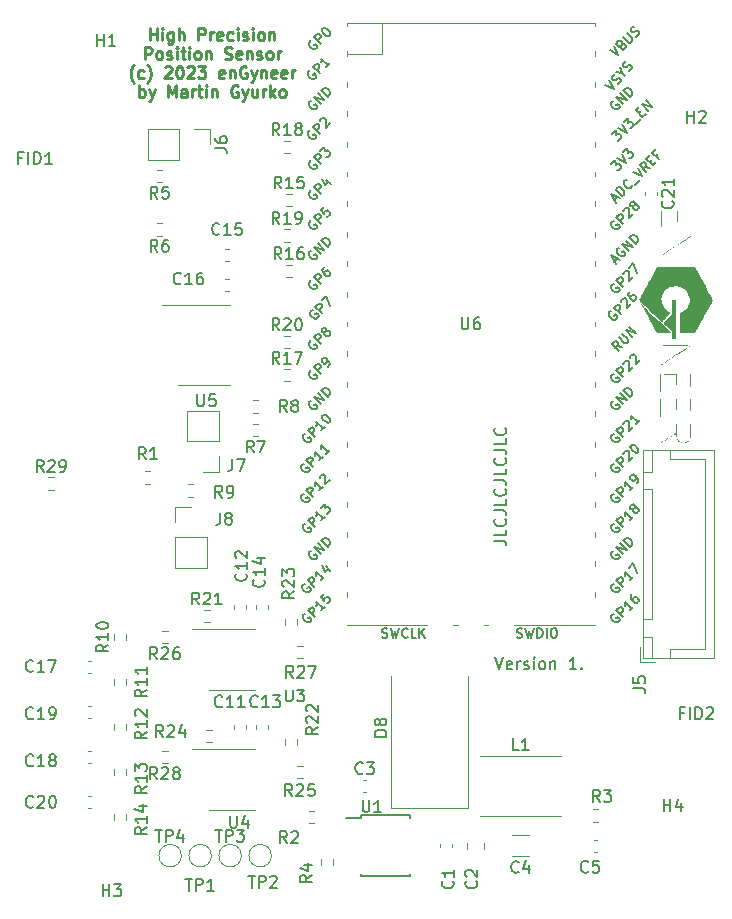
<source format=gbr>
%TF.GenerationSoftware,KiCad,Pcbnew,(6.0.10)*%
%TF.CreationDate,2023-03-05T19:00:04+01:00*%
%TF.ProjectId,HighPrecPosSens,48696768-5072-4656-9350-6f7353656e73,1*%
%TF.SameCoordinates,Original*%
%TF.FileFunction,Legend,Top*%
%TF.FilePolarity,Positive*%
%FSLAX46Y46*%
G04 Gerber Fmt 4.6, Leading zero omitted, Abs format (unit mm)*
G04 Created by KiCad (PCBNEW (6.0.10)) date 2023-03-05 19:00:04*
%MOMM*%
%LPD*%
G01*
G04 APERTURE LIST*
%ADD10C,0.150000*%
%ADD11C,0.200000*%
%ADD12C,0.250000*%
%ADD13C,0.120000*%
G04 APERTURE END LIST*
D10*
X103727714Y-108215180D02*
X104061047Y-109215180D01*
X104394380Y-108215180D01*
X105108666Y-109167561D02*
X105013428Y-109215180D01*
X104822952Y-109215180D01*
X104727714Y-109167561D01*
X104680095Y-109072323D01*
X104680095Y-108691371D01*
X104727714Y-108596133D01*
X104822952Y-108548514D01*
X105013428Y-108548514D01*
X105108666Y-108596133D01*
X105156285Y-108691371D01*
X105156285Y-108786609D01*
X104680095Y-108881847D01*
X105584857Y-109215180D02*
X105584857Y-108548514D01*
X105584857Y-108738990D02*
X105632476Y-108643752D01*
X105680095Y-108596133D01*
X105775333Y-108548514D01*
X105870571Y-108548514D01*
X106156285Y-109167561D02*
X106251523Y-109215180D01*
X106442000Y-109215180D01*
X106537238Y-109167561D01*
X106584857Y-109072323D01*
X106584857Y-109024704D01*
X106537238Y-108929466D01*
X106442000Y-108881847D01*
X106299142Y-108881847D01*
X106203904Y-108834228D01*
X106156285Y-108738990D01*
X106156285Y-108691371D01*
X106203904Y-108596133D01*
X106299142Y-108548514D01*
X106442000Y-108548514D01*
X106537238Y-108596133D01*
X107013428Y-109215180D02*
X107013428Y-108548514D01*
X107013428Y-108215180D02*
X106965809Y-108262800D01*
X107013428Y-108310419D01*
X107061047Y-108262800D01*
X107013428Y-108215180D01*
X107013428Y-108310419D01*
X107632476Y-109215180D02*
X107537238Y-109167561D01*
X107489619Y-109119942D01*
X107442000Y-109024704D01*
X107442000Y-108738990D01*
X107489619Y-108643752D01*
X107537238Y-108596133D01*
X107632476Y-108548514D01*
X107775333Y-108548514D01*
X107870571Y-108596133D01*
X107918190Y-108643752D01*
X107965809Y-108738990D01*
X107965809Y-109024704D01*
X107918190Y-109119942D01*
X107870571Y-109167561D01*
X107775333Y-109215180D01*
X107632476Y-109215180D01*
X108394380Y-108548514D02*
X108394380Y-109215180D01*
X108394380Y-108643752D02*
X108442000Y-108596133D01*
X108537238Y-108548514D01*
X108680095Y-108548514D01*
X108775333Y-108596133D01*
X108822952Y-108691371D01*
X108822952Y-109215180D01*
X110584857Y-109215180D02*
X110013428Y-109215180D01*
X110299142Y-109215180D02*
X110299142Y-108215180D01*
X110203904Y-108358038D01*
X110108666Y-108453276D01*
X110013428Y-108500895D01*
X111013428Y-109119942D02*
X111061047Y-109167561D01*
X111013428Y-109215180D01*
X110965809Y-109167561D01*
X111013428Y-109119942D01*
X111013428Y-109215180D01*
D11*
X103643180Y-98345047D02*
X104357466Y-98345047D01*
X104500323Y-98392666D01*
X104595561Y-98487904D01*
X104643180Y-98630761D01*
X104643180Y-98726000D01*
X104643180Y-97392666D02*
X104643180Y-97868857D01*
X103643180Y-97868857D01*
X104547942Y-96487904D02*
X104595561Y-96535523D01*
X104643180Y-96678380D01*
X104643180Y-96773619D01*
X104595561Y-96916476D01*
X104500323Y-97011714D01*
X104405085Y-97059333D01*
X104214609Y-97106952D01*
X104071752Y-97106952D01*
X103881276Y-97059333D01*
X103786038Y-97011714D01*
X103690800Y-96916476D01*
X103643180Y-96773619D01*
X103643180Y-96678380D01*
X103690800Y-96535523D01*
X103738419Y-96487904D01*
X103643180Y-95773619D02*
X104357466Y-95773619D01*
X104500323Y-95821238D01*
X104595561Y-95916476D01*
X104643180Y-96059333D01*
X104643180Y-96154571D01*
X104643180Y-94821238D02*
X104643180Y-95297428D01*
X103643180Y-95297428D01*
X104547942Y-93916476D02*
X104595561Y-93964095D01*
X104643180Y-94106952D01*
X104643180Y-94202190D01*
X104595561Y-94345047D01*
X104500323Y-94440285D01*
X104405085Y-94487904D01*
X104214609Y-94535523D01*
X104071752Y-94535523D01*
X103881276Y-94487904D01*
X103786038Y-94440285D01*
X103690800Y-94345047D01*
X103643180Y-94202190D01*
X103643180Y-94106952D01*
X103690800Y-93964095D01*
X103738419Y-93916476D01*
X103643180Y-93202190D02*
X104357466Y-93202190D01*
X104500323Y-93249809D01*
X104595561Y-93345047D01*
X104643180Y-93487904D01*
X104643180Y-93583142D01*
X104643180Y-92249809D02*
X104643180Y-92726000D01*
X103643180Y-92726000D01*
X104547942Y-91345047D02*
X104595561Y-91392666D01*
X104643180Y-91535523D01*
X104643180Y-91630761D01*
X104595561Y-91773619D01*
X104500323Y-91868857D01*
X104405085Y-91916476D01*
X104214609Y-91964095D01*
X104071752Y-91964095D01*
X103881276Y-91916476D01*
X103786038Y-91868857D01*
X103690800Y-91773619D01*
X103643180Y-91630761D01*
X103643180Y-91535523D01*
X103690800Y-91392666D01*
X103738419Y-91345047D01*
X103643180Y-90630761D02*
X104357466Y-90630761D01*
X104500323Y-90678380D01*
X104595561Y-90773619D01*
X104643180Y-90916476D01*
X104643180Y-91011714D01*
X104643180Y-89678380D02*
X104643180Y-90154571D01*
X103643180Y-90154571D01*
X104547942Y-88773619D02*
X104595561Y-88821238D01*
X104643180Y-88964095D01*
X104643180Y-89059333D01*
X104595561Y-89202190D01*
X104500323Y-89297428D01*
X104405085Y-89345047D01*
X104214609Y-89392666D01*
X104071752Y-89392666D01*
X103881276Y-89345047D01*
X103786038Y-89297428D01*
X103690800Y-89202190D01*
X103643180Y-89059333D01*
X103643180Y-88964095D01*
X103690800Y-88821238D01*
X103738419Y-88773619D01*
D12*
X74494095Y-55949380D02*
X74494095Y-54949380D01*
X74494095Y-55425571D02*
X75065523Y-55425571D01*
X75065523Y-55949380D02*
X75065523Y-54949380D01*
X75541714Y-55949380D02*
X75541714Y-55282714D01*
X75541714Y-54949380D02*
X75494095Y-54997000D01*
X75541714Y-55044619D01*
X75589333Y-54997000D01*
X75541714Y-54949380D01*
X75541714Y-55044619D01*
X76446476Y-55282714D02*
X76446476Y-56092238D01*
X76398857Y-56187476D01*
X76351238Y-56235095D01*
X76256000Y-56282714D01*
X76113142Y-56282714D01*
X76017904Y-56235095D01*
X76446476Y-55901761D02*
X76351238Y-55949380D01*
X76160761Y-55949380D01*
X76065523Y-55901761D01*
X76017904Y-55854142D01*
X75970285Y-55758904D01*
X75970285Y-55473190D01*
X76017904Y-55377952D01*
X76065523Y-55330333D01*
X76160761Y-55282714D01*
X76351238Y-55282714D01*
X76446476Y-55330333D01*
X76922666Y-55949380D02*
X76922666Y-54949380D01*
X77351238Y-55949380D02*
X77351238Y-55425571D01*
X77303619Y-55330333D01*
X77208380Y-55282714D01*
X77065523Y-55282714D01*
X76970285Y-55330333D01*
X76922666Y-55377952D01*
X78589333Y-55949380D02*
X78589333Y-54949380D01*
X78970285Y-54949380D01*
X79065523Y-54997000D01*
X79113142Y-55044619D01*
X79160761Y-55139857D01*
X79160761Y-55282714D01*
X79113142Y-55377952D01*
X79065523Y-55425571D01*
X78970285Y-55473190D01*
X78589333Y-55473190D01*
X79589333Y-55949380D02*
X79589333Y-55282714D01*
X79589333Y-55473190D02*
X79636952Y-55377952D01*
X79684571Y-55330333D01*
X79779809Y-55282714D01*
X79875047Y-55282714D01*
X80589333Y-55901761D02*
X80494095Y-55949380D01*
X80303619Y-55949380D01*
X80208380Y-55901761D01*
X80160761Y-55806523D01*
X80160761Y-55425571D01*
X80208380Y-55330333D01*
X80303619Y-55282714D01*
X80494095Y-55282714D01*
X80589333Y-55330333D01*
X80636952Y-55425571D01*
X80636952Y-55520809D01*
X80160761Y-55616047D01*
X81494095Y-55901761D02*
X81398857Y-55949380D01*
X81208380Y-55949380D01*
X81113142Y-55901761D01*
X81065523Y-55854142D01*
X81017904Y-55758904D01*
X81017904Y-55473190D01*
X81065523Y-55377952D01*
X81113142Y-55330333D01*
X81208380Y-55282714D01*
X81398857Y-55282714D01*
X81494095Y-55330333D01*
X81922666Y-55949380D02*
X81922666Y-55282714D01*
X81922666Y-54949380D02*
X81875047Y-54997000D01*
X81922666Y-55044619D01*
X81970285Y-54997000D01*
X81922666Y-54949380D01*
X81922666Y-55044619D01*
X82351238Y-55901761D02*
X82446476Y-55949380D01*
X82636952Y-55949380D01*
X82732190Y-55901761D01*
X82779809Y-55806523D01*
X82779809Y-55758904D01*
X82732190Y-55663666D01*
X82636952Y-55616047D01*
X82494095Y-55616047D01*
X82398857Y-55568428D01*
X82351238Y-55473190D01*
X82351238Y-55425571D01*
X82398857Y-55330333D01*
X82494095Y-55282714D01*
X82636952Y-55282714D01*
X82732190Y-55330333D01*
X83208380Y-55949380D02*
X83208380Y-55282714D01*
X83208380Y-54949380D02*
X83160761Y-54997000D01*
X83208380Y-55044619D01*
X83256000Y-54997000D01*
X83208380Y-54949380D01*
X83208380Y-55044619D01*
X83827428Y-55949380D02*
X83732190Y-55901761D01*
X83684571Y-55854142D01*
X83636952Y-55758904D01*
X83636952Y-55473190D01*
X83684571Y-55377952D01*
X83732190Y-55330333D01*
X83827428Y-55282714D01*
X83970285Y-55282714D01*
X84065523Y-55330333D01*
X84113142Y-55377952D01*
X84160761Y-55473190D01*
X84160761Y-55758904D01*
X84113142Y-55854142D01*
X84065523Y-55901761D01*
X83970285Y-55949380D01*
X83827428Y-55949380D01*
X84589333Y-55282714D02*
X84589333Y-55949380D01*
X84589333Y-55377952D02*
X84636952Y-55330333D01*
X84732190Y-55282714D01*
X84875047Y-55282714D01*
X84970285Y-55330333D01*
X85017904Y-55425571D01*
X85017904Y-55949380D01*
X74065523Y-57559380D02*
X74065523Y-56559380D01*
X74446476Y-56559380D01*
X74541714Y-56607000D01*
X74589333Y-56654619D01*
X74636952Y-56749857D01*
X74636952Y-56892714D01*
X74589333Y-56987952D01*
X74541714Y-57035571D01*
X74446476Y-57083190D01*
X74065523Y-57083190D01*
X75208380Y-57559380D02*
X75113142Y-57511761D01*
X75065523Y-57464142D01*
X75017904Y-57368904D01*
X75017904Y-57083190D01*
X75065523Y-56987952D01*
X75113142Y-56940333D01*
X75208380Y-56892714D01*
X75351238Y-56892714D01*
X75446476Y-56940333D01*
X75494095Y-56987952D01*
X75541714Y-57083190D01*
X75541714Y-57368904D01*
X75494095Y-57464142D01*
X75446476Y-57511761D01*
X75351238Y-57559380D01*
X75208380Y-57559380D01*
X75922666Y-57511761D02*
X76017904Y-57559380D01*
X76208380Y-57559380D01*
X76303619Y-57511761D01*
X76351238Y-57416523D01*
X76351238Y-57368904D01*
X76303619Y-57273666D01*
X76208380Y-57226047D01*
X76065523Y-57226047D01*
X75970285Y-57178428D01*
X75922666Y-57083190D01*
X75922666Y-57035571D01*
X75970285Y-56940333D01*
X76065523Y-56892714D01*
X76208380Y-56892714D01*
X76303619Y-56940333D01*
X76779809Y-57559380D02*
X76779809Y-56892714D01*
X76779809Y-56559380D02*
X76732190Y-56607000D01*
X76779809Y-56654619D01*
X76827428Y-56607000D01*
X76779809Y-56559380D01*
X76779809Y-56654619D01*
X77113142Y-56892714D02*
X77494095Y-56892714D01*
X77256000Y-56559380D02*
X77256000Y-57416523D01*
X77303619Y-57511761D01*
X77398857Y-57559380D01*
X77494095Y-57559380D01*
X77827428Y-57559380D02*
X77827428Y-56892714D01*
X77827428Y-56559380D02*
X77779809Y-56607000D01*
X77827428Y-56654619D01*
X77875047Y-56607000D01*
X77827428Y-56559380D01*
X77827428Y-56654619D01*
X78446476Y-57559380D02*
X78351238Y-57511761D01*
X78303619Y-57464142D01*
X78256000Y-57368904D01*
X78256000Y-57083190D01*
X78303619Y-56987952D01*
X78351238Y-56940333D01*
X78446476Y-56892714D01*
X78589333Y-56892714D01*
X78684571Y-56940333D01*
X78732190Y-56987952D01*
X78779809Y-57083190D01*
X78779809Y-57368904D01*
X78732190Y-57464142D01*
X78684571Y-57511761D01*
X78589333Y-57559380D01*
X78446476Y-57559380D01*
X79208380Y-56892714D02*
X79208380Y-57559380D01*
X79208380Y-56987952D02*
X79256000Y-56940333D01*
X79351238Y-56892714D01*
X79494095Y-56892714D01*
X79589333Y-56940333D01*
X79636952Y-57035571D01*
X79636952Y-57559380D01*
X80827428Y-57511761D02*
X80970285Y-57559380D01*
X81208380Y-57559380D01*
X81303619Y-57511761D01*
X81351238Y-57464142D01*
X81398857Y-57368904D01*
X81398857Y-57273666D01*
X81351238Y-57178428D01*
X81303619Y-57130809D01*
X81208380Y-57083190D01*
X81017904Y-57035571D01*
X80922666Y-56987952D01*
X80875047Y-56940333D01*
X80827428Y-56845095D01*
X80827428Y-56749857D01*
X80875047Y-56654619D01*
X80922666Y-56607000D01*
X81017904Y-56559380D01*
X81256000Y-56559380D01*
X81398857Y-56607000D01*
X82208380Y-57511761D02*
X82113142Y-57559380D01*
X81922666Y-57559380D01*
X81827428Y-57511761D01*
X81779809Y-57416523D01*
X81779809Y-57035571D01*
X81827428Y-56940333D01*
X81922666Y-56892714D01*
X82113142Y-56892714D01*
X82208380Y-56940333D01*
X82256000Y-57035571D01*
X82256000Y-57130809D01*
X81779809Y-57226047D01*
X82684571Y-56892714D02*
X82684571Y-57559380D01*
X82684571Y-56987952D02*
X82732190Y-56940333D01*
X82827428Y-56892714D01*
X82970285Y-56892714D01*
X83065523Y-56940333D01*
X83113142Y-57035571D01*
X83113142Y-57559380D01*
X83541714Y-57511761D02*
X83636952Y-57559380D01*
X83827428Y-57559380D01*
X83922666Y-57511761D01*
X83970285Y-57416523D01*
X83970285Y-57368904D01*
X83922666Y-57273666D01*
X83827428Y-57226047D01*
X83684571Y-57226047D01*
X83589333Y-57178428D01*
X83541714Y-57083190D01*
X83541714Y-57035571D01*
X83589333Y-56940333D01*
X83684571Y-56892714D01*
X83827428Y-56892714D01*
X83922666Y-56940333D01*
X84541714Y-57559380D02*
X84446476Y-57511761D01*
X84398857Y-57464142D01*
X84351238Y-57368904D01*
X84351238Y-57083190D01*
X84398857Y-56987952D01*
X84446476Y-56940333D01*
X84541714Y-56892714D01*
X84684571Y-56892714D01*
X84779809Y-56940333D01*
X84827428Y-56987952D01*
X84875047Y-57083190D01*
X84875047Y-57368904D01*
X84827428Y-57464142D01*
X84779809Y-57511761D01*
X84684571Y-57559380D01*
X84541714Y-57559380D01*
X85303619Y-57559380D02*
X85303619Y-56892714D01*
X85303619Y-57083190D02*
X85351238Y-56987952D01*
X85398857Y-56940333D01*
X85494095Y-56892714D01*
X85589333Y-56892714D01*
X73136952Y-59550333D02*
X73089333Y-59502714D01*
X72994095Y-59359857D01*
X72946476Y-59264619D01*
X72898857Y-59121761D01*
X72851238Y-58883666D01*
X72851238Y-58693190D01*
X72898857Y-58455095D01*
X72946476Y-58312238D01*
X72994095Y-58217000D01*
X73089333Y-58074142D01*
X73136952Y-58026523D01*
X73946476Y-59121761D02*
X73851238Y-59169380D01*
X73660761Y-59169380D01*
X73565523Y-59121761D01*
X73517904Y-59074142D01*
X73470285Y-58978904D01*
X73470285Y-58693190D01*
X73517904Y-58597952D01*
X73565523Y-58550333D01*
X73660761Y-58502714D01*
X73851238Y-58502714D01*
X73946476Y-58550333D01*
X74279809Y-59550333D02*
X74327428Y-59502714D01*
X74422666Y-59359857D01*
X74470285Y-59264619D01*
X74517904Y-59121761D01*
X74565523Y-58883666D01*
X74565523Y-58693190D01*
X74517904Y-58455095D01*
X74470285Y-58312238D01*
X74422666Y-58217000D01*
X74327428Y-58074142D01*
X74279809Y-58026523D01*
X75756000Y-58264619D02*
X75803619Y-58217000D01*
X75898857Y-58169380D01*
X76136952Y-58169380D01*
X76232190Y-58217000D01*
X76279809Y-58264619D01*
X76327428Y-58359857D01*
X76327428Y-58455095D01*
X76279809Y-58597952D01*
X75708380Y-59169380D01*
X76327428Y-59169380D01*
X76946476Y-58169380D02*
X77041714Y-58169380D01*
X77136952Y-58217000D01*
X77184571Y-58264619D01*
X77232190Y-58359857D01*
X77279809Y-58550333D01*
X77279809Y-58788428D01*
X77232190Y-58978904D01*
X77184571Y-59074142D01*
X77136952Y-59121761D01*
X77041714Y-59169380D01*
X76946476Y-59169380D01*
X76851238Y-59121761D01*
X76803619Y-59074142D01*
X76756000Y-58978904D01*
X76708380Y-58788428D01*
X76708380Y-58550333D01*
X76756000Y-58359857D01*
X76803619Y-58264619D01*
X76851238Y-58217000D01*
X76946476Y-58169380D01*
X77660761Y-58264619D02*
X77708380Y-58217000D01*
X77803619Y-58169380D01*
X78041714Y-58169380D01*
X78136952Y-58217000D01*
X78184571Y-58264619D01*
X78232190Y-58359857D01*
X78232190Y-58455095D01*
X78184571Y-58597952D01*
X77613142Y-59169380D01*
X78232190Y-59169380D01*
X78565523Y-58169380D02*
X79184571Y-58169380D01*
X78851238Y-58550333D01*
X78994095Y-58550333D01*
X79089333Y-58597952D01*
X79136952Y-58645571D01*
X79184571Y-58740809D01*
X79184571Y-58978904D01*
X79136952Y-59074142D01*
X79089333Y-59121761D01*
X78994095Y-59169380D01*
X78708380Y-59169380D01*
X78613142Y-59121761D01*
X78565523Y-59074142D01*
X80756000Y-59121761D02*
X80660761Y-59169380D01*
X80470285Y-59169380D01*
X80375047Y-59121761D01*
X80327428Y-59026523D01*
X80327428Y-58645571D01*
X80375047Y-58550333D01*
X80470285Y-58502714D01*
X80660761Y-58502714D01*
X80756000Y-58550333D01*
X80803619Y-58645571D01*
X80803619Y-58740809D01*
X80327428Y-58836047D01*
X81232190Y-58502714D02*
X81232190Y-59169380D01*
X81232190Y-58597952D02*
X81279809Y-58550333D01*
X81375047Y-58502714D01*
X81517904Y-58502714D01*
X81613142Y-58550333D01*
X81660761Y-58645571D01*
X81660761Y-59169380D01*
X82660761Y-58217000D02*
X82565523Y-58169380D01*
X82422666Y-58169380D01*
X82279809Y-58217000D01*
X82184571Y-58312238D01*
X82136952Y-58407476D01*
X82089333Y-58597952D01*
X82089333Y-58740809D01*
X82136952Y-58931285D01*
X82184571Y-59026523D01*
X82279809Y-59121761D01*
X82422666Y-59169380D01*
X82517904Y-59169380D01*
X82660761Y-59121761D01*
X82708380Y-59074142D01*
X82708380Y-58740809D01*
X82517904Y-58740809D01*
X83041714Y-58502714D02*
X83279809Y-59169380D01*
X83517904Y-58502714D02*
X83279809Y-59169380D01*
X83184571Y-59407476D01*
X83136952Y-59455095D01*
X83041714Y-59502714D01*
X83898857Y-58502714D02*
X83898857Y-59169380D01*
X83898857Y-58597952D02*
X83946476Y-58550333D01*
X84041714Y-58502714D01*
X84184571Y-58502714D01*
X84279809Y-58550333D01*
X84327428Y-58645571D01*
X84327428Y-59169380D01*
X85184571Y-59121761D02*
X85089333Y-59169380D01*
X84898857Y-59169380D01*
X84803619Y-59121761D01*
X84756000Y-59026523D01*
X84756000Y-58645571D01*
X84803619Y-58550333D01*
X84898857Y-58502714D01*
X85089333Y-58502714D01*
X85184571Y-58550333D01*
X85232190Y-58645571D01*
X85232190Y-58740809D01*
X84756000Y-58836047D01*
X86041714Y-59121761D02*
X85946476Y-59169380D01*
X85756000Y-59169380D01*
X85660761Y-59121761D01*
X85613142Y-59026523D01*
X85613142Y-58645571D01*
X85660761Y-58550333D01*
X85756000Y-58502714D01*
X85946476Y-58502714D01*
X86041714Y-58550333D01*
X86089333Y-58645571D01*
X86089333Y-58740809D01*
X85613142Y-58836047D01*
X86517904Y-59169380D02*
X86517904Y-58502714D01*
X86517904Y-58693190D02*
X86565523Y-58597952D01*
X86613142Y-58550333D01*
X86708380Y-58502714D01*
X86803619Y-58502714D01*
X73589333Y-60779380D02*
X73589333Y-59779380D01*
X73589333Y-60160333D02*
X73684571Y-60112714D01*
X73875047Y-60112714D01*
X73970285Y-60160333D01*
X74017904Y-60207952D01*
X74065523Y-60303190D01*
X74065523Y-60588904D01*
X74017904Y-60684142D01*
X73970285Y-60731761D01*
X73875047Y-60779380D01*
X73684571Y-60779380D01*
X73589333Y-60731761D01*
X74398857Y-60112714D02*
X74636952Y-60779380D01*
X74875047Y-60112714D02*
X74636952Y-60779380D01*
X74541714Y-61017476D01*
X74494095Y-61065095D01*
X74398857Y-61112714D01*
X76017904Y-60779380D02*
X76017904Y-59779380D01*
X76351238Y-60493666D01*
X76684571Y-59779380D01*
X76684571Y-60779380D01*
X77589333Y-60779380D02*
X77589333Y-60255571D01*
X77541714Y-60160333D01*
X77446476Y-60112714D01*
X77256000Y-60112714D01*
X77160761Y-60160333D01*
X77589333Y-60731761D02*
X77494095Y-60779380D01*
X77256000Y-60779380D01*
X77160761Y-60731761D01*
X77113142Y-60636523D01*
X77113142Y-60541285D01*
X77160761Y-60446047D01*
X77256000Y-60398428D01*
X77494095Y-60398428D01*
X77589333Y-60350809D01*
X78065523Y-60779380D02*
X78065523Y-60112714D01*
X78065523Y-60303190D02*
X78113142Y-60207952D01*
X78160761Y-60160333D01*
X78256000Y-60112714D01*
X78351238Y-60112714D01*
X78541714Y-60112714D02*
X78922666Y-60112714D01*
X78684571Y-59779380D02*
X78684571Y-60636523D01*
X78732190Y-60731761D01*
X78827428Y-60779380D01*
X78922666Y-60779380D01*
X79256000Y-60779380D02*
X79256000Y-60112714D01*
X79256000Y-59779380D02*
X79208380Y-59827000D01*
X79256000Y-59874619D01*
X79303619Y-59827000D01*
X79256000Y-59779380D01*
X79256000Y-59874619D01*
X79732190Y-60112714D02*
X79732190Y-60779380D01*
X79732190Y-60207952D02*
X79779809Y-60160333D01*
X79875047Y-60112714D01*
X80017904Y-60112714D01*
X80113142Y-60160333D01*
X80160761Y-60255571D01*
X80160761Y-60779380D01*
X81922666Y-59827000D02*
X81827428Y-59779380D01*
X81684571Y-59779380D01*
X81541714Y-59827000D01*
X81446476Y-59922238D01*
X81398857Y-60017476D01*
X81351238Y-60207952D01*
X81351238Y-60350809D01*
X81398857Y-60541285D01*
X81446476Y-60636523D01*
X81541714Y-60731761D01*
X81684571Y-60779380D01*
X81779809Y-60779380D01*
X81922666Y-60731761D01*
X81970285Y-60684142D01*
X81970285Y-60350809D01*
X81779809Y-60350809D01*
X82303619Y-60112714D02*
X82541714Y-60779380D01*
X82779809Y-60112714D02*
X82541714Y-60779380D01*
X82446476Y-61017476D01*
X82398857Y-61065095D01*
X82303619Y-61112714D01*
X83589333Y-60112714D02*
X83589333Y-60779380D01*
X83160761Y-60112714D02*
X83160761Y-60636523D01*
X83208380Y-60731761D01*
X83303619Y-60779380D01*
X83446476Y-60779380D01*
X83541714Y-60731761D01*
X83589333Y-60684142D01*
X84065523Y-60779380D02*
X84065523Y-60112714D01*
X84065523Y-60303190D02*
X84113142Y-60207952D01*
X84160761Y-60160333D01*
X84256000Y-60112714D01*
X84351238Y-60112714D01*
X84684571Y-60779380D02*
X84684571Y-59779380D01*
X84779809Y-60398428D02*
X85065523Y-60779380D01*
X85065523Y-60112714D02*
X84684571Y-60493666D01*
X85636952Y-60779380D02*
X85541714Y-60731761D01*
X85494095Y-60684142D01*
X85446476Y-60588904D01*
X85446476Y-60303190D01*
X85494095Y-60207952D01*
X85541714Y-60160333D01*
X85636952Y-60112714D01*
X85779809Y-60112714D01*
X85875047Y-60160333D01*
X85922666Y-60207952D01*
X85970285Y-60303190D01*
X85970285Y-60588904D01*
X85922666Y-60684142D01*
X85875047Y-60731761D01*
X85779809Y-60779380D01*
X85636952Y-60779380D01*
D10*
%TO.C,H2*%
X119988095Y-62933244D02*
X119988095Y-61933244D01*
X119988095Y-62409435D02*
X120559523Y-62409435D01*
X120559523Y-62933244D02*
X120559523Y-61933244D01*
X120988095Y-62028483D02*
X121035714Y-61980864D01*
X121130952Y-61933244D01*
X121369047Y-61933244D01*
X121464285Y-61980864D01*
X121511904Y-62028483D01*
X121559523Y-62123721D01*
X121559523Y-62218959D01*
X121511904Y-62361816D01*
X120940476Y-62933244D01*
X121559523Y-62933244D01*
%TO.C,R19*%
X85447142Y-71503244D02*
X85113809Y-71027054D01*
X84875714Y-71503244D02*
X84875714Y-70503244D01*
X85256666Y-70503244D01*
X85351904Y-70550864D01*
X85399523Y-70598483D01*
X85447142Y-70693721D01*
X85447142Y-70836578D01*
X85399523Y-70931816D01*
X85351904Y-70979435D01*
X85256666Y-71027054D01*
X84875714Y-71027054D01*
X86399523Y-71503244D02*
X85828095Y-71503244D01*
X86113809Y-71503244D02*
X86113809Y-70503244D01*
X86018571Y-70646102D01*
X85923333Y-70741340D01*
X85828095Y-70788959D01*
X86875714Y-71503244D02*
X87066190Y-71503244D01*
X87161428Y-71455625D01*
X87209047Y-71408006D01*
X87304285Y-71265149D01*
X87351904Y-71074673D01*
X87351904Y-70693721D01*
X87304285Y-70598483D01*
X87256666Y-70550864D01*
X87161428Y-70503244D01*
X86970952Y-70503244D01*
X86875714Y-70550864D01*
X86828095Y-70598483D01*
X86780476Y-70693721D01*
X86780476Y-70931816D01*
X86828095Y-71027054D01*
X86875714Y-71074673D01*
X86970952Y-71122292D01*
X87161428Y-71122292D01*
X87256666Y-71074673D01*
X87304285Y-71027054D01*
X87351904Y-70931816D01*
%TO.C,R27*%
X86607142Y-109933244D02*
X86273809Y-109457054D01*
X86035714Y-109933244D02*
X86035714Y-108933244D01*
X86416666Y-108933244D01*
X86511904Y-108980864D01*
X86559523Y-109028483D01*
X86607142Y-109123721D01*
X86607142Y-109266578D01*
X86559523Y-109361816D01*
X86511904Y-109409435D01*
X86416666Y-109457054D01*
X86035714Y-109457054D01*
X86988095Y-109028483D02*
X87035714Y-108980864D01*
X87130952Y-108933244D01*
X87369047Y-108933244D01*
X87464285Y-108980864D01*
X87511904Y-109028483D01*
X87559523Y-109123721D01*
X87559523Y-109218959D01*
X87511904Y-109361816D01*
X86940476Y-109933244D01*
X87559523Y-109933244D01*
X87892857Y-108933244D02*
X88559523Y-108933244D01*
X88130952Y-109933244D01*
%TO.C,C20*%
X64607142Y-120838006D02*
X64559523Y-120885625D01*
X64416666Y-120933244D01*
X64321428Y-120933244D01*
X64178571Y-120885625D01*
X64083333Y-120790387D01*
X64035714Y-120695149D01*
X63988095Y-120504673D01*
X63988095Y-120361816D01*
X64035714Y-120171340D01*
X64083333Y-120076102D01*
X64178571Y-119980864D01*
X64321428Y-119933244D01*
X64416666Y-119933244D01*
X64559523Y-119980864D01*
X64607142Y-120028483D01*
X64988095Y-120028483D02*
X65035714Y-119980864D01*
X65130952Y-119933244D01*
X65369047Y-119933244D01*
X65464285Y-119980864D01*
X65511904Y-120028483D01*
X65559523Y-120123721D01*
X65559523Y-120218959D01*
X65511904Y-120361816D01*
X64940476Y-120933244D01*
X65559523Y-120933244D01*
X66178571Y-119933244D02*
X66273809Y-119933244D01*
X66369047Y-119980864D01*
X66416666Y-120028483D01*
X66464285Y-120123721D01*
X66511904Y-120314197D01*
X66511904Y-120552292D01*
X66464285Y-120742768D01*
X66416666Y-120838006D01*
X66369047Y-120885625D01*
X66273809Y-120933244D01*
X66178571Y-120933244D01*
X66083333Y-120885625D01*
X66035714Y-120838006D01*
X65988095Y-120742768D01*
X65940476Y-120552292D01*
X65940476Y-120314197D01*
X65988095Y-120123721D01*
X66035714Y-120028483D01*
X66083333Y-119980864D01*
X66178571Y-119933244D01*
%TO.C,R2*%
X86083333Y-123933244D02*
X85750000Y-123457054D01*
X85511904Y-123933244D02*
X85511904Y-122933244D01*
X85892857Y-122933244D01*
X85988095Y-122980864D01*
X86035714Y-123028483D01*
X86083333Y-123123721D01*
X86083333Y-123266578D01*
X86035714Y-123361816D01*
X85988095Y-123409435D01*
X85892857Y-123457054D01*
X85511904Y-123457054D01*
X86464285Y-123028483D02*
X86511904Y-122980864D01*
X86607142Y-122933244D01*
X86845238Y-122933244D01*
X86940476Y-122980864D01*
X86988095Y-123028483D01*
X87035714Y-123123721D01*
X87035714Y-123218959D01*
X86988095Y-123361816D01*
X86416666Y-123933244D01*
X87035714Y-123933244D01*
%TO.C,R3*%
X112583333Y-120433244D02*
X112250000Y-119957054D01*
X112011904Y-120433244D02*
X112011904Y-119433244D01*
X112392857Y-119433244D01*
X112488095Y-119480864D01*
X112535714Y-119528483D01*
X112583333Y-119623721D01*
X112583333Y-119766578D01*
X112535714Y-119861816D01*
X112488095Y-119909435D01*
X112392857Y-119957054D01*
X112011904Y-119957054D01*
X112916666Y-119433244D02*
X113535714Y-119433244D01*
X113202380Y-119814197D01*
X113345238Y-119814197D01*
X113440476Y-119861816D01*
X113488095Y-119909435D01*
X113535714Y-120004673D01*
X113535714Y-120242768D01*
X113488095Y-120338006D01*
X113440476Y-120385625D01*
X113345238Y-120433244D01*
X113059523Y-120433244D01*
X112964285Y-120385625D01*
X112916666Y-120338006D01*
%TO.C,R22*%
X88702380Y-114123721D02*
X88226190Y-114457054D01*
X88702380Y-114695149D02*
X87702380Y-114695149D01*
X87702380Y-114314197D01*
X87750000Y-114218959D01*
X87797619Y-114171340D01*
X87892857Y-114123721D01*
X88035714Y-114123721D01*
X88130952Y-114171340D01*
X88178571Y-114218959D01*
X88226190Y-114314197D01*
X88226190Y-114695149D01*
X87797619Y-113742768D02*
X87750000Y-113695149D01*
X87702380Y-113599911D01*
X87702380Y-113361816D01*
X87750000Y-113266578D01*
X87797619Y-113218959D01*
X87892857Y-113171340D01*
X87988095Y-113171340D01*
X88130952Y-113218959D01*
X88702380Y-113790387D01*
X88702380Y-113171340D01*
X87797619Y-112790387D02*
X87750000Y-112742768D01*
X87702380Y-112647530D01*
X87702380Y-112409435D01*
X87750000Y-112314197D01*
X87797619Y-112266578D01*
X87892857Y-112218959D01*
X87988095Y-112218959D01*
X88130952Y-112266578D01*
X88702380Y-112838006D01*
X88702380Y-112218959D01*
%TO.C,J5*%
X115427380Y-110814197D02*
X116141666Y-110814197D01*
X116284523Y-110861816D01*
X116379761Y-110957054D01*
X116427380Y-111099911D01*
X116427380Y-111195149D01*
X115427380Y-109861816D02*
X115427380Y-110338006D01*
X115903571Y-110385625D01*
X115855952Y-110338006D01*
X115808333Y-110242768D01*
X115808333Y-110004673D01*
X115855952Y-109909435D01*
X115903571Y-109861816D01*
X115998809Y-109814197D01*
X116236904Y-109814197D01*
X116332142Y-109861816D01*
X116379761Y-109909435D01*
X116427380Y-110004673D01*
X116427380Y-110242768D01*
X116379761Y-110338006D01*
X116332142Y-110385625D01*
%TO.C,TP1*%
X77478095Y-126960380D02*
X78049523Y-126960380D01*
X77763809Y-127960380D02*
X77763809Y-126960380D01*
X78382857Y-127960380D02*
X78382857Y-126960380D01*
X78763809Y-126960380D01*
X78859047Y-127008000D01*
X78906666Y-127055619D01*
X78954285Y-127150857D01*
X78954285Y-127293714D01*
X78906666Y-127388952D01*
X78859047Y-127436571D01*
X78763809Y-127484190D01*
X78382857Y-127484190D01*
X79906666Y-127960380D02*
X79335238Y-127960380D01*
X79620952Y-127960380D02*
X79620952Y-126960380D01*
X79525714Y-127103238D01*
X79430476Y-127198476D01*
X79335238Y-127246095D01*
%TO.C,H4*%
X117988095Y-121233244D02*
X117988095Y-120233244D01*
X117988095Y-120709435D02*
X118559523Y-120709435D01*
X118559523Y-121233244D02*
X118559523Y-120233244D01*
X119464285Y-120566578D02*
X119464285Y-121233244D01*
X119226190Y-120185625D02*
X118988095Y-120899911D01*
X119607142Y-120899911D01*
%TO.C,R4*%
X88202380Y-126647530D02*
X87726190Y-126980864D01*
X88202380Y-127218959D02*
X87202380Y-127218959D01*
X87202380Y-126838006D01*
X87250000Y-126742768D01*
X87297619Y-126695149D01*
X87392857Y-126647530D01*
X87535714Y-126647530D01*
X87630952Y-126695149D01*
X87678571Y-126742768D01*
X87726190Y-126838006D01*
X87726190Y-127218959D01*
X87535714Y-125790387D02*
X88202380Y-125790387D01*
X87154761Y-126028483D02*
X87869047Y-126266578D01*
X87869047Y-125647530D01*
%TO.C,J8*%
X80438666Y-95972380D02*
X80438666Y-96686666D01*
X80391047Y-96829523D01*
X80295809Y-96924761D01*
X80152952Y-96972380D01*
X80057714Y-96972380D01*
X81057714Y-96400952D02*
X80962476Y-96353333D01*
X80914857Y-96305714D01*
X80867238Y-96210476D01*
X80867238Y-96162857D01*
X80914857Y-96067619D01*
X80962476Y-96020000D01*
X81057714Y-95972380D01*
X81248190Y-95972380D01*
X81343428Y-96020000D01*
X81391047Y-96067619D01*
X81438666Y-96162857D01*
X81438666Y-96210476D01*
X81391047Y-96305714D01*
X81343428Y-96353333D01*
X81248190Y-96400952D01*
X81057714Y-96400952D01*
X80962476Y-96448571D01*
X80914857Y-96496190D01*
X80867238Y-96591428D01*
X80867238Y-96781904D01*
X80914857Y-96877142D01*
X80962476Y-96924761D01*
X81057714Y-96972380D01*
X81248190Y-96972380D01*
X81343428Y-96924761D01*
X81391047Y-96877142D01*
X81438666Y-96781904D01*
X81438666Y-96591428D01*
X81391047Y-96496190D01*
X81343428Y-96448571D01*
X81248190Y-96400952D01*
%TO.C,R26*%
X75107142Y-108363244D02*
X74773809Y-107887054D01*
X74535714Y-108363244D02*
X74535714Y-107363244D01*
X74916666Y-107363244D01*
X75011904Y-107410864D01*
X75059523Y-107458483D01*
X75107142Y-107553721D01*
X75107142Y-107696578D01*
X75059523Y-107791816D01*
X75011904Y-107839435D01*
X74916666Y-107887054D01*
X74535714Y-107887054D01*
X75488095Y-107458483D02*
X75535714Y-107410864D01*
X75630952Y-107363244D01*
X75869047Y-107363244D01*
X75964285Y-107410864D01*
X76011904Y-107458483D01*
X76059523Y-107553721D01*
X76059523Y-107648959D01*
X76011904Y-107791816D01*
X75440476Y-108363244D01*
X76059523Y-108363244D01*
X76916666Y-107363244D02*
X76726190Y-107363244D01*
X76630952Y-107410864D01*
X76583333Y-107458483D01*
X76488095Y-107601340D01*
X76440476Y-107791816D01*
X76440476Y-108172768D01*
X76488095Y-108268006D01*
X76535714Y-108315625D01*
X76630952Y-108363244D01*
X76821428Y-108363244D01*
X76916666Y-108315625D01*
X76964285Y-108268006D01*
X77011904Y-108172768D01*
X77011904Y-107934673D01*
X76964285Y-107839435D01*
X76916666Y-107791816D01*
X76821428Y-107744197D01*
X76630952Y-107744197D01*
X76535714Y-107791816D01*
X76488095Y-107839435D01*
X76440476Y-107934673D01*
%TO.C,R25*%
X86537142Y-119933244D02*
X86203809Y-119457054D01*
X85965714Y-119933244D02*
X85965714Y-118933244D01*
X86346666Y-118933244D01*
X86441904Y-118980864D01*
X86489523Y-119028483D01*
X86537142Y-119123721D01*
X86537142Y-119266578D01*
X86489523Y-119361816D01*
X86441904Y-119409435D01*
X86346666Y-119457054D01*
X85965714Y-119457054D01*
X86918095Y-119028483D02*
X86965714Y-118980864D01*
X87060952Y-118933244D01*
X87299047Y-118933244D01*
X87394285Y-118980864D01*
X87441904Y-119028483D01*
X87489523Y-119123721D01*
X87489523Y-119218959D01*
X87441904Y-119361816D01*
X86870476Y-119933244D01*
X87489523Y-119933244D01*
X88394285Y-118933244D02*
X87918095Y-118933244D01*
X87870476Y-119409435D01*
X87918095Y-119361816D01*
X88013333Y-119314197D01*
X88251428Y-119314197D01*
X88346666Y-119361816D01*
X88394285Y-119409435D01*
X88441904Y-119504673D01*
X88441904Y-119742768D01*
X88394285Y-119838006D01*
X88346666Y-119885625D01*
X88251428Y-119933244D01*
X88013333Y-119933244D01*
X87918095Y-119885625D01*
X87870476Y-119838006D01*
%TO.C,R24*%
X75607142Y-114933244D02*
X75273809Y-114457054D01*
X75035714Y-114933244D02*
X75035714Y-113933244D01*
X75416666Y-113933244D01*
X75511904Y-113980864D01*
X75559523Y-114028483D01*
X75607142Y-114123721D01*
X75607142Y-114266578D01*
X75559523Y-114361816D01*
X75511904Y-114409435D01*
X75416666Y-114457054D01*
X75035714Y-114457054D01*
X75988095Y-114028483D02*
X76035714Y-113980864D01*
X76130952Y-113933244D01*
X76369047Y-113933244D01*
X76464285Y-113980864D01*
X76511904Y-114028483D01*
X76559523Y-114123721D01*
X76559523Y-114218959D01*
X76511904Y-114361816D01*
X75940476Y-114933244D01*
X76559523Y-114933244D01*
X77416666Y-114266578D02*
X77416666Y-114933244D01*
X77178571Y-113885625D02*
X76940476Y-114599911D01*
X77559523Y-114599911D01*
%TO.C,R10*%
X70962380Y-107123721D02*
X70486190Y-107457054D01*
X70962380Y-107695149D02*
X69962380Y-107695149D01*
X69962380Y-107314197D01*
X70010000Y-107218959D01*
X70057619Y-107171340D01*
X70152857Y-107123721D01*
X70295714Y-107123721D01*
X70390952Y-107171340D01*
X70438571Y-107218959D01*
X70486190Y-107314197D01*
X70486190Y-107695149D01*
X70962380Y-106171340D02*
X70962380Y-106742768D01*
X70962380Y-106457054D02*
X69962380Y-106457054D01*
X70105238Y-106552292D01*
X70200476Y-106647530D01*
X70248095Y-106742768D01*
X69962380Y-105552292D02*
X69962380Y-105457054D01*
X70010000Y-105361816D01*
X70057619Y-105314197D01*
X70152857Y-105266578D01*
X70343333Y-105218959D01*
X70581428Y-105218959D01*
X70771904Y-105266578D01*
X70867142Y-105314197D01*
X70914761Y-105361816D01*
X70962380Y-105457054D01*
X70962380Y-105552292D01*
X70914761Y-105647530D01*
X70867142Y-105695149D01*
X70771904Y-105742768D01*
X70581428Y-105790387D01*
X70343333Y-105790387D01*
X70152857Y-105742768D01*
X70057619Y-105695149D01*
X70010000Y-105647530D01*
X69962380Y-105552292D01*
%TO.C,R9*%
X80605333Y-94686380D02*
X80272000Y-94210190D01*
X80033904Y-94686380D02*
X80033904Y-93686380D01*
X80414857Y-93686380D01*
X80510095Y-93734000D01*
X80557714Y-93781619D01*
X80605333Y-93876857D01*
X80605333Y-94019714D01*
X80557714Y-94114952D01*
X80510095Y-94162571D01*
X80414857Y-94210190D01*
X80033904Y-94210190D01*
X81081523Y-94686380D02*
X81272000Y-94686380D01*
X81367238Y-94638761D01*
X81414857Y-94591142D01*
X81510095Y-94448285D01*
X81557714Y-94257809D01*
X81557714Y-93876857D01*
X81510095Y-93781619D01*
X81462476Y-93734000D01*
X81367238Y-93686380D01*
X81176761Y-93686380D01*
X81081523Y-93734000D01*
X81033904Y-93781619D01*
X80986285Y-93876857D01*
X80986285Y-94114952D01*
X81033904Y-94210190D01*
X81081523Y-94257809D01*
X81176761Y-94305428D01*
X81367238Y-94305428D01*
X81462476Y-94257809D01*
X81510095Y-94210190D01*
X81557714Y-94114952D01*
%TO.C,TP4*%
X74938095Y-122804380D02*
X75509523Y-122804380D01*
X75223809Y-123804380D02*
X75223809Y-122804380D01*
X75842857Y-123804380D02*
X75842857Y-122804380D01*
X76223809Y-122804380D01*
X76319047Y-122852000D01*
X76366666Y-122899619D01*
X76414285Y-122994857D01*
X76414285Y-123137714D01*
X76366666Y-123232952D01*
X76319047Y-123280571D01*
X76223809Y-123328190D01*
X75842857Y-123328190D01*
X77271428Y-123137714D02*
X77271428Y-123804380D01*
X77033333Y-122756761D02*
X76795238Y-123471047D01*
X77414285Y-123471047D01*
%TO.C,C21*%
X118728742Y-69578457D02*
X118776361Y-69626076D01*
X118823980Y-69768933D01*
X118823980Y-69864171D01*
X118776361Y-70007028D01*
X118681123Y-70102266D01*
X118585885Y-70149885D01*
X118395409Y-70197504D01*
X118252552Y-70197504D01*
X118062076Y-70149885D01*
X117966838Y-70102266D01*
X117871600Y-70007028D01*
X117823980Y-69864171D01*
X117823980Y-69768933D01*
X117871600Y-69626076D01*
X117919219Y-69578457D01*
X117919219Y-69197504D02*
X117871600Y-69149885D01*
X117823980Y-69054647D01*
X117823980Y-68816552D01*
X117871600Y-68721314D01*
X117919219Y-68673695D01*
X118014457Y-68626076D01*
X118109695Y-68626076D01*
X118252552Y-68673695D01*
X118823980Y-69245123D01*
X118823980Y-68626076D01*
X118823980Y-67673695D02*
X118823980Y-68245123D01*
X118823980Y-67959409D02*
X117823980Y-67959409D01*
X117966838Y-68054647D01*
X118062076Y-68149885D01*
X118109695Y-68245123D01*
%TO.C,C17*%
X64607142Y-109338006D02*
X64559523Y-109385625D01*
X64416666Y-109433244D01*
X64321428Y-109433244D01*
X64178571Y-109385625D01*
X64083333Y-109290387D01*
X64035714Y-109195149D01*
X63988095Y-109004673D01*
X63988095Y-108861816D01*
X64035714Y-108671340D01*
X64083333Y-108576102D01*
X64178571Y-108480864D01*
X64321428Y-108433244D01*
X64416666Y-108433244D01*
X64559523Y-108480864D01*
X64607142Y-108528483D01*
X65559523Y-109433244D02*
X64988095Y-109433244D01*
X65273809Y-109433244D02*
X65273809Y-108433244D01*
X65178571Y-108576102D01*
X65083333Y-108671340D01*
X64988095Y-108718959D01*
X65892857Y-108433244D02*
X66559523Y-108433244D01*
X66130952Y-109433244D01*
%TO.C,C12*%
X82607142Y-101123721D02*
X82654761Y-101171340D01*
X82702380Y-101314197D01*
X82702380Y-101409435D01*
X82654761Y-101552292D01*
X82559523Y-101647530D01*
X82464285Y-101695149D01*
X82273809Y-101742768D01*
X82130952Y-101742768D01*
X81940476Y-101695149D01*
X81845238Y-101647530D01*
X81750000Y-101552292D01*
X81702380Y-101409435D01*
X81702380Y-101314197D01*
X81750000Y-101171340D01*
X81797619Y-101123721D01*
X82702380Y-100171340D02*
X82702380Y-100742768D01*
X82702380Y-100457054D02*
X81702380Y-100457054D01*
X81845238Y-100552292D01*
X81940476Y-100647530D01*
X81988095Y-100742768D01*
X81797619Y-99790387D02*
X81750000Y-99742768D01*
X81702380Y-99647530D01*
X81702380Y-99409435D01*
X81750000Y-99314197D01*
X81797619Y-99266578D01*
X81892857Y-99218959D01*
X81988095Y-99218959D01*
X82130952Y-99266578D01*
X82702380Y-99838006D01*
X82702380Y-99218959D01*
%TO.C,C2*%
X102107142Y-127147530D02*
X102154761Y-127195149D01*
X102202380Y-127338006D01*
X102202380Y-127433244D01*
X102154761Y-127576102D01*
X102059523Y-127671340D01*
X101964285Y-127718959D01*
X101773809Y-127766578D01*
X101630952Y-127766578D01*
X101440476Y-127718959D01*
X101345238Y-127671340D01*
X101250000Y-127576102D01*
X101202380Y-127433244D01*
X101202380Y-127338006D01*
X101250000Y-127195149D01*
X101297619Y-127147530D01*
X101297619Y-126766578D02*
X101250000Y-126718959D01*
X101202380Y-126623721D01*
X101202380Y-126385625D01*
X101250000Y-126290387D01*
X101297619Y-126242768D01*
X101392857Y-126195149D01*
X101488095Y-126195149D01*
X101630952Y-126242768D01*
X102202380Y-126814197D01*
X102202380Y-126195149D01*
%TO.C,FID2*%
X119678571Y-112909435D02*
X119345238Y-112909435D01*
X119345238Y-113433244D02*
X119345238Y-112433244D01*
X119821428Y-112433244D01*
X120202380Y-113433244D02*
X120202380Y-112433244D01*
X120678571Y-113433244D02*
X120678571Y-112433244D01*
X120916666Y-112433244D01*
X121059523Y-112480864D01*
X121154761Y-112576102D01*
X121202380Y-112671340D01*
X121250000Y-112861816D01*
X121250000Y-113004673D01*
X121202380Y-113195149D01*
X121154761Y-113290387D01*
X121059523Y-113385625D01*
X120916666Y-113433244D01*
X120678571Y-113433244D01*
X121630952Y-112528483D02*
X121678571Y-112480864D01*
X121773809Y-112433244D01*
X122011904Y-112433244D01*
X122107142Y-112480864D01*
X122154761Y-112528483D01*
X122202380Y-112623721D01*
X122202380Y-112718959D01*
X122154761Y-112861816D01*
X121583333Y-113433244D01*
X122202380Y-113433244D01*
%TO.C,R18*%
X85447142Y-64003244D02*
X85113809Y-63527054D01*
X84875714Y-64003244D02*
X84875714Y-63003244D01*
X85256666Y-63003244D01*
X85351904Y-63050864D01*
X85399523Y-63098483D01*
X85447142Y-63193721D01*
X85447142Y-63336578D01*
X85399523Y-63431816D01*
X85351904Y-63479435D01*
X85256666Y-63527054D01*
X84875714Y-63527054D01*
X86399523Y-64003244D02*
X85828095Y-64003244D01*
X86113809Y-64003244D02*
X86113809Y-63003244D01*
X86018571Y-63146102D01*
X85923333Y-63241340D01*
X85828095Y-63288959D01*
X86970952Y-63431816D02*
X86875714Y-63384197D01*
X86828095Y-63336578D01*
X86780476Y-63241340D01*
X86780476Y-63193721D01*
X86828095Y-63098483D01*
X86875714Y-63050864D01*
X86970952Y-63003244D01*
X87161428Y-63003244D01*
X87256666Y-63050864D01*
X87304285Y-63098483D01*
X87351904Y-63193721D01*
X87351904Y-63241340D01*
X87304285Y-63336578D01*
X87256666Y-63384197D01*
X87161428Y-63431816D01*
X86970952Y-63431816D01*
X86875714Y-63479435D01*
X86828095Y-63527054D01*
X86780476Y-63622292D01*
X86780476Y-63812768D01*
X86828095Y-63908006D01*
X86875714Y-63955625D01*
X86970952Y-64003244D01*
X87161428Y-64003244D01*
X87256666Y-63955625D01*
X87304285Y-63908006D01*
X87351904Y-63812768D01*
X87351904Y-63622292D01*
X87304285Y-63527054D01*
X87256666Y-63479435D01*
X87161428Y-63431816D01*
%TO.C,U4*%
X81280095Y-121626380D02*
X81280095Y-122435904D01*
X81327714Y-122531142D01*
X81375333Y-122578761D01*
X81470571Y-122626380D01*
X81661047Y-122626380D01*
X81756285Y-122578761D01*
X81803904Y-122531142D01*
X81851523Y-122435904D01*
X81851523Y-121626380D01*
X82756285Y-121959714D02*
X82756285Y-122626380D01*
X82518190Y-121578761D02*
X82280095Y-122293047D01*
X82899142Y-122293047D01*
%TO.C,R6*%
X75128333Y-73863244D02*
X74795000Y-73387054D01*
X74556904Y-73863244D02*
X74556904Y-72863244D01*
X74937857Y-72863244D01*
X75033095Y-72910864D01*
X75080714Y-72958483D01*
X75128333Y-73053721D01*
X75128333Y-73196578D01*
X75080714Y-73291816D01*
X75033095Y-73339435D01*
X74937857Y-73387054D01*
X74556904Y-73387054D01*
X75985476Y-72863244D02*
X75795000Y-72863244D01*
X75699761Y-72910864D01*
X75652142Y-72958483D01*
X75556904Y-73101340D01*
X75509285Y-73291816D01*
X75509285Y-73672768D01*
X75556904Y-73768006D01*
X75604523Y-73815625D01*
X75699761Y-73863244D01*
X75890238Y-73863244D01*
X75985476Y-73815625D01*
X76033095Y-73768006D01*
X76080714Y-73672768D01*
X76080714Y-73434673D01*
X76033095Y-73339435D01*
X75985476Y-73291816D01*
X75890238Y-73244197D01*
X75699761Y-73244197D01*
X75604523Y-73291816D01*
X75556904Y-73339435D01*
X75509285Y-73434673D01*
%TO.C,C16*%
X77107142Y-76538006D02*
X77059523Y-76585625D01*
X76916666Y-76633244D01*
X76821428Y-76633244D01*
X76678571Y-76585625D01*
X76583333Y-76490387D01*
X76535714Y-76395149D01*
X76488095Y-76204673D01*
X76488095Y-76061816D01*
X76535714Y-75871340D01*
X76583333Y-75776102D01*
X76678571Y-75680864D01*
X76821428Y-75633244D01*
X76916666Y-75633244D01*
X77059523Y-75680864D01*
X77107142Y-75728483D01*
X78059523Y-76633244D02*
X77488095Y-76633244D01*
X77773809Y-76633244D02*
X77773809Y-75633244D01*
X77678571Y-75776102D01*
X77583333Y-75871340D01*
X77488095Y-75918959D01*
X78916666Y-75633244D02*
X78726190Y-75633244D01*
X78630952Y-75680864D01*
X78583333Y-75728483D01*
X78488095Y-75871340D01*
X78440476Y-76061816D01*
X78440476Y-76442768D01*
X78488095Y-76538006D01*
X78535714Y-76585625D01*
X78630952Y-76633244D01*
X78821428Y-76633244D01*
X78916666Y-76585625D01*
X78964285Y-76538006D01*
X79011904Y-76442768D01*
X79011904Y-76204673D01*
X78964285Y-76109435D01*
X78916666Y-76061816D01*
X78821428Y-76014197D01*
X78630952Y-76014197D01*
X78535714Y-76061816D01*
X78488095Y-76109435D01*
X78440476Y-76204673D01*
%TO.C,R20*%
X85447142Y-80503244D02*
X85113809Y-80027054D01*
X84875714Y-80503244D02*
X84875714Y-79503244D01*
X85256666Y-79503244D01*
X85351904Y-79550864D01*
X85399523Y-79598483D01*
X85447142Y-79693721D01*
X85447142Y-79836578D01*
X85399523Y-79931816D01*
X85351904Y-79979435D01*
X85256666Y-80027054D01*
X84875714Y-80027054D01*
X85828095Y-79598483D02*
X85875714Y-79550864D01*
X85970952Y-79503244D01*
X86209047Y-79503244D01*
X86304285Y-79550864D01*
X86351904Y-79598483D01*
X86399523Y-79693721D01*
X86399523Y-79788959D01*
X86351904Y-79931816D01*
X85780476Y-80503244D01*
X86399523Y-80503244D01*
X87018571Y-79503244D02*
X87113809Y-79503244D01*
X87209047Y-79550864D01*
X87256666Y-79598483D01*
X87304285Y-79693721D01*
X87351904Y-79884197D01*
X87351904Y-80122292D01*
X87304285Y-80312768D01*
X87256666Y-80408006D01*
X87209047Y-80455625D01*
X87113809Y-80503244D01*
X87018571Y-80503244D01*
X86923333Y-80455625D01*
X86875714Y-80408006D01*
X86828095Y-80312768D01*
X86780476Y-80122292D01*
X86780476Y-79884197D01*
X86828095Y-79693721D01*
X86875714Y-79598483D01*
X86923333Y-79550864D01*
X87018571Y-79503244D01*
%TO.C,TP3*%
X80018095Y-122804380D02*
X80589523Y-122804380D01*
X80303809Y-123804380D02*
X80303809Y-122804380D01*
X80922857Y-123804380D02*
X80922857Y-122804380D01*
X81303809Y-122804380D01*
X81399047Y-122852000D01*
X81446666Y-122899619D01*
X81494285Y-122994857D01*
X81494285Y-123137714D01*
X81446666Y-123232952D01*
X81399047Y-123280571D01*
X81303809Y-123328190D01*
X80922857Y-123328190D01*
X81827619Y-122804380D02*
X82446666Y-122804380D01*
X82113333Y-123185333D01*
X82256190Y-123185333D01*
X82351428Y-123232952D01*
X82399047Y-123280571D01*
X82446666Y-123375809D01*
X82446666Y-123613904D01*
X82399047Y-123709142D01*
X82351428Y-123756761D01*
X82256190Y-123804380D01*
X81970476Y-123804380D01*
X81875238Y-123756761D01*
X81827619Y-123709142D01*
%TO.C,R15*%
X85607142Y-68503244D02*
X85273809Y-68027054D01*
X85035714Y-68503244D02*
X85035714Y-67503244D01*
X85416666Y-67503244D01*
X85511904Y-67550864D01*
X85559523Y-67598483D01*
X85607142Y-67693721D01*
X85607142Y-67836578D01*
X85559523Y-67931816D01*
X85511904Y-67979435D01*
X85416666Y-68027054D01*
X85035714Y-68027054D01*
X86559523Y-68503244D02*
X85988095Y-68503244D01*
X86273809Y-68503244D02*
X86273809Y-67503244D01*
X86178571Y-67646102D01*
X86083333Y-67741340D01*
X85988095Y-67788959D01*
X87464285Y-67503244D02*
X86988095Y-67503244D01*
X86940476Y-67979435D01*
X86988095Y-67931816D01*
X87083333Y-67884197D01*
X87321428Y-67884197D01*
X87416666Y-67931816D01*
X87464285Y-67979435D01*
X87511904Y-68074673D01*
X87511904Y-68312768D01*
X87464285Y-68408006D01*
X87416666Y-68455625D01*
X87321428Y-68503244D01*
X87083333Y-68503244D01*
X86988095Y-68455625D01*
X86940476Y-68408006D01*
%TO.C,H1*%
X69988095Y-56433244D02*
X69988095Y-55433244D01*
X69988095Y-55909435D02*
X70559523Y-55909435D01*
X70559523Y-56433244D02*
X70559523Y-55433244D01*
X71559523Y-56433244D02*
X70988095Y-56433244D01*
X71273809Y-56433244D02*
X71273809Y-55433244D01*
X71178571Y-55576102D01*
X71083333Y-55671340D01*
X70988095Y-55718959D01*
%TO.C,C19*%
X64607142Y-113338006D02*
X64559523Y-113385625D01*
X64416666Y-113433244D01*
X64321428Y-113433244D01*
X64178571Y-113385625D01*
X64083333Y-113290387D01*
X64035714Y-113195149D01*
X63988095Y-113004673D01*
X63988095Y-112861816D01*
X64035714Y-112671340D01*
X64083333Y-112576102D01*
X64178571Y-112480864D01*
X64321428Y-112433244D01*
X64416666Y-112433244D01*
X64559523Y-112480864D01*
X64607142Y-112528483D01*
X65559523Y-113433244D02*
X64988095Y-113433244D01*
X65273809Y-113433244D02*
X65273809Y-112433244D01*
X65178571Y-112576102D01*
X65083333Y-112671340D01*
X64988095Y-112718959D01*
X66035714Y-113433244D02*
X66226190Y-113433244D01*
X66321428Y-113385625D01*
X66369047Y-113338006D01*
X66464285Y-113195149D01*
X66511904Y-113004673D01*
X66511904Y-112623721D01*
X66464285Y-112528483D01*
X66416666Y-112480864D01*
X66321428Y-112433244D01*
X66130952Y-112433244D01*
X66035714Y-112480864D01*
X65988095Y-112528483D01*
X65940476Y-112623721D01*
X65940476Y-112861816D01*
X65988095Y-112957054D01*
X66035714Y-113004673D01*
X66130952Y-113052292D01*
X66321428Y-113052292D01*
X66416666Y-113004673D01*
X66464285Y-112957054D01*
X66511904Y-112861816D01*
%TO.C,R8*%
X86083333Y-87433244D02*
X85750000Y-86957054D01*
X85511904Y-87433244D02*
X85511904Y-86433244D01*
X85892857Y-86433244D01*
X85988095Y-86480864D01*
X86035714Y-86528483D01*
X86083333Y-86623721D01*
X86083333Y-86766578D01*
X86035714Y-86861816D01*
X85988095Y-86909435D01*
X85892857Y-86957054D01*
X85511904Y-86957054D01*
X86654761Y-86861816D02*
X86559523Y-86814197D01*
X86511904Y-86766578D01*
X86464285Y-86671340D01*
X86464285Y-86623721D01*
X86511904Y-86528483D01*
X86559523Y-86480864D01*
X86654761Y-86433244D01*
X86845238Y-86433244D01*
X86940476Y-86480864D01*
X86988095Y-86528483D01*
X87035714Y-86623721D01*
X87035714Y-86671340D01*
X86988095Y-86766578D01*
X86940476Y-86814197D01*
X86845238Y-86861816D01*
X86654761Y-86861816D01*
X86559523Y-86909435D01*
X86511904Y-86957054D01*
X86464285Y-87052292D01*
X86464285Y-87242768D01*
X86511904Y-87338006D01*
X86559523Y-87385625D01*
X86654761Y-87433244D01*
X86845238Y-87433244D01*
X86940476Y-87385625D01*
X86988095Y-87338006D01*
X87035714Y-87242768D01*
X87035714Y-87052292D01*
X86988095Y-86957054D01*
X86940476Y-86909435D01*
X86845238Y-86861816D01*
%TO.C,TP2*%
X82812095Y-126706380D02*
X83383523Y-126706380D01*
X83097809Y-127706380D02*
X83097809Y-126706380D01*
X83716857Y-127706380D02*
X83716857Y-126706380D01*
X84097809Y-126706380D01*
X84193047Y-126754000D01*
X84240666Y-126801619D01*
X84288285Y-126896857D01*
X84288285Y-127039714D01*
X84240666Y-127134952D01*
X84193047Y-127182571D01*
X84097809Y-127230190D01*
X83716857Y-127230190D01*
X84669238Y-126801619D02*
X84716857Y-126754000D01*
X84812095Y-126706380D01*
X85050190Y-126706380D01*
X85145428Y-126754000D01*
X85193047Y-126801619D01*
X85240666Y-126896857D01*
X85240666Y-126992095D01*
X85193047Y-127134952D01*
X84621619Y-127706380D01*
X85240666Y-127706380D01*
%TO.C,R5*%
X75128333Y-69363244D02*
X74795000Y-68887054D01*
X74556904Y-69363244D02*
X74556904Y-68363244D01*
X74937857Y-68363244D01*
X75033095Y-68410864D01*
X75080714Y-68458483D01*
X75128333Y-68553721D01*
X75128333Y-68696578D01*
X75080714Y-68791816D01*
X75033095Y-68839435D01*
X74937857Y-68887054D01*
X74556904Y-68887054D01*
X76033095Y-68363244D02*
X75556904Y-68363244D01*
X75509285Y-68839435D01*
X75556904Y-68791816D01*
X75652142Y-68744197D01*
X75890238Y-68744197D01*
X75985476Y-68791816D01*
X76033095Y-68839435D01*
X76080714Y-68934673D01*
X76080714Y-69172768D01*
X76033095Y-69268006D01*
X75985476Y-69315625D01*
X75890238Y-69363244D01*
X75652142Y-69363244D01*
X75556904Y-69315625D01*
X75509285Y-69268006D01*
%TO.C,H3*%
X70488095Y-128433244D02*
X70488095Y-127433244D01*
X70488095Y-127909435D02*
X71059523Y-127909435D01*
X71059523Y-128433244D02*
X71059523Y-127433244D01*
X71440476Y-127433244D02*
X72059523Y-127433244D01*
X71726190Y-127814197D01*
X71869047Y-127814197D01*
X71964285Y-127861816D01*
X72011904Y-127909435D01*
X72059523Y-128004673D01*
X72059523Y-128242768D01*
X72011904Y-128338006D01*
X71964285Y-128385625D01*
X71869047Y-128433244D01*
X71583333Y-128433244D01*
X71488095Y-128385625D01*
X71440476Y-128338006D01*
%TO.C,U6*%
X100888095Y-79433244D02*
X100888095Y-80242768D01*
X100935714Y-80338006D01*
X100983333Y-80385625D01*
X101078571Y-80433244D01*
X101269047Y-80433244D01*
X101364285Y-80385625D01*
X101411904Y-80338006D01*
X101459523Y-80242768D01*
X101459523Y-79433244D01*
X102364285Y-79433244D02*
X102173809Y-79433244D01*
X102078571Y-79480864D01*
X102030952Y-79528483D01*
X101935714Y-79671340D01*
X101888095Y-79861816D01*
X101888095Y-80242768D01*
X101935714Y-80338006D01*
X101983333Y-80385625D01*
X102078571Y-80433244D01*
X102269047Y-80433244D01*
X102364285Y-80385625D01*
X102411904Y-80338006D01*
X102459523Y-80242768D01*
X102459523Y-80004673D01*
X102411904Y-79909435D01*
X102364285Y-79861816D01*
X102269047Y-79814197D01*
X102078571Y-79814197D01*
X101983333Y-79861816D01*
X101935714Y-79909435D01*
X101888095Y-80004673D01*
X87639722Y-89261456D02*
X87558910Y-89288393D01*
X87478097Y-89369205D01*
X87424223Y-89476955D01*
X87424223Y-89584705D01*
X87451160Y-89665517D01*
X87531972Y-89800204D01*
X87612784Y-89881016D01*
X87747471Y-89961828D01*
X87828284Y-89988766D01*
X87936033Y-89988766D01*
X88043783Y-89934891D01*
X88097658Y-89881016D01*
X88151532Y-89773266D01*
X88151532Y-89719392D01*
X87962971Y-89530830D01*
X87855221Y-89638579D01*
X88447844Y-89530830D02*
X87882158Y-88965144D01*
X88097658Y-88749645D01*
X88178470Y-88722708D01*
X88232345Y-88722708D01*
X88313157Y-88749645D01*
X88393969Y-88830457D01*
X88420906Y-88911270D01*
X88420906Y-88965144D01*
X88393969Y-89045957D01*
X88178470Y-89261456D01*
X89309841Y-88668833D02*
X88986592Y-88992082D01*
X89148216Y-88830457D02*
X88582531Y-88264772D01*
X88609468Y-88399459D01*
X88609468Y-88507209D01*
X88582531Y-88588021D01*
X89094341Y-87752961D02*
X89148216Y-87699087D01*
X89229028Y-87672149D01*
X89282903Y-87672149D01*
X89363715Y-87699087D01*
X89498402Y-87779899D01*
X89633089Y-87914586D01*
X89713902Y-88049273D01*
X89740839Y-88130085D01*
X89740839Y-88183960D01*
X89713902Y-88264772D01*
X89660027Y-88318647D01*
X89579215Y-88345584D01*
X89525340Y-88345584D01*
X89444528Y-88318647D01*
X89309841Y-88237835D01*
X89175154Y-88103148D01*
X89094341Y-87968461D01*
X89067404Y-87887648D01*
X89067404Y-87833774D01*
X89094341Y-87752961D01*
X113403129Y-56808173D02*
X114157377Y-57185297D01*
X113780253Y-56431050D01*
X114426751Y-56323300D02*
X114534500Y-56269425D01*
X114588375Y-56269425D01*
X114669187Y-56296363D01*
X114749999Y-56377175D01*
X114776937Y-56457987D01*
X114776937Y-56511862D01*
X114750000Y-56592674D01*
X114534500Y-56808173D01*
X113968815Y-56242488D01*
X114157377Y-56053926D01*
X114238189Y-56026989D01*
X114292064Y-56026989D01*
X114372876Y-56053926D01*
X114426751Y-56107801D01*
X114453688Y-56188613D01*
X114453688Y-56242488D01*
X114426751Y-56323300D01*
X114238189Y-56511862D01*
X114534500Y-55676802D02*
X114992436Y-56134738D01*
X115073248Y-56161676D01*
X115127123Y-56161676D01*
X115207935Y-56134738D01*
X115315685Y-56026989D01*
X115342622Y-55946176D01*
X115342622Y-55892302D01*
X115315685Y-55811489D01*
X114857749Y-55353554D01*
X115638934Y-55649865D02*
X115746683Y-55595990D01*
X115881370Y-55461303D01*
X115908308Y-55380491D01*
X115908308Y-55326616D01*
X115881370Y-55245804D01*
X115827496Y-55191929D01*
X115746683Y-55164992D01*
X115692809Y-55164992D01*
X115611996Y-55191929D01*
X115477309Y-55272741D01*
X115396497Y-55299679D01*
X115342622Y-55299679D01*
X115261810Y-55272741D01*
X115207935Y-55218867D01*
X115180998Y-55138054D01*
X115180998Y-55084180D01*
X115207935Y-55003367D01*
X115342622Y-54868680D01*
X115450372Y-54814806D01*
X113736158Y-86479019D02*
X113655346Y-86505957D01*
X113574534Y-86586769D01*
X113520659Y-86694518D01*
X113520659Y-86802268D01*
X113547597Y-86883080D01*
X113628409Y-87017767D01*
X113709221Y-87098579D01*
X113843908Y-87179392D01*
X113924720Y-87206329D01*
X114032470Y-87206329D01*
X114140219Y-87152454D01*
X114194094Y-87098579D01*
X114247969Y-86990830D01*
X114247969Y-86936955D01*
X114059407Y-86748393D01*
X113951658Y-86856143D01*
X114544280Y-86748393D02*
X113978595Y-86182708D01*
X114867529Y-86425144D01*
X114301844Y-85859459D01*
X115136903Y-86155770D02*
X114571218Y-85590085D01*
X114705905Y-85455398D01*
X114813654Y-85401523D01*
X114921404Y-85401523D01*
X115002216Y-85428461D01*
X115136903Y-85509273D01*
X115217715Y-85590085D01*
X115298528Y-85724772D01*
X115325465Y-85805584D01*
X115325465Y-85913334D01*
X115271590Y-86021083D01*
X115136903Y-86155770D01*
X88163096Y-71212082D02*
X88082284Y-71239019D01*
X88001471Y-71319831D01*
X87947597Y-71427581D01*
X87947597Y-71535331D01*
X87974534Y-71616143D01*
X88055346Y-71750830D01*
X88136158Y-71831642D01*
X88270845Y-71912454D01*
X88351658Y-71939392D01*
X88459407Y-71939392D01*
X88567157Y-71885517D01*
X88621032Y-71831642D01*
X88674906Y-71723892D01*
X88674906Y-71670018D01*
X88486345Y-71481456D01*
X88378595Y-71589205D01*
X88971218Y-71481456D02*
X88405532Y-70915770D01*
X88621032Y-70700271D01*
X88701844Y-70673334D01*
X88755719Y-70673334D01*
X88836531Y-70700271D01*
X88917343Y-70781083D01*
X88944280Y-70861896D01*
X88944280Y-70915770D01*
X88917343Y-70996583D01*
X88701844Y-71212082D01*
X89240592Y-70080711D02*
X88971218Y-70350085D01*
X89213654Y-70646396D01*
X89213654Y-70592522D01*
X89240592Y-70511709D01*
X89375279Y-70377022D01*
X89456091Y-70350085D01*
X89509966Y-70350085D01*
X89590778Y-70377022D01*
X89725465Y-70511709D01*
X89752402Y-70592522D01*
X89752402Y-70646396D01*
X89725465Y-70727209D01*
X89590778Y-70861896D01*
X89509966Y-70888833D01*
X89456091Y-70888833D01*
X113747722Y-84181456D02*
X113666910Y-84208393D01*
X113586097Y-84289205D01*
X113532223Y-84396955D01*
X113532223Y-84504705D01*
X113559160Y-84585517D01*
X113639972Y-84720204D01*
X113720784Y-84801016D01*
X113855471Y-84881828D01*
X113936284Y-84908766D01*
X114044033Y-84908766D01*
X114151783Y-84854891D01*
X114205658Y-84801016D01*
X114259532Y-84693266D01*
X114259532Y-84639392D01*
X114070971Y-84450830D01*
X113963221Y-84558579D01*
X114555844Y-84450830D02*
X113990158Y-83885144D01*
X114205658Y-83669645D01*
X114286470Y-83642708D01*
X114340345Y-83642708D01*
X114421157Y-83669645D01*
X114501969Y-83750457D01*
X114528906Y-83831270D01*
X114528906Y-83885144D01*
X114501969Y-83965957D01*
X114286470Y-84181456D01*
X114582781Y-83400271D02*
X114582781Y-83346396D01*
X114609719Y-83265584D01*
X114744406Y-83130897D01*
X114825218Y-83103960D01*
X114879093Y-83103960D01*
X114959905Y-83130897D01*
X115013780Y-83184772D01*
X115067654Y-83292522D01*
X115067654Y-83939019D01*
X115417841Y-83588833D01*
X115121529Y-82861523D02*
X115121529Y-82807648D01*
X115148467Y-82726836D01*
X115283154Y-82592149D01*
X115363966Y-82565212D01*
X115417841Y-82565212D01*
X115498653Y-82592149D01*
X115552528Y-82646024D01*
X115606402Y-82753774D01*
X115606402Y-83400271D01*
X115956589Y-83050085D01*
X113804788Y-69514637D02*
X114074162Y-69245263D01*
X113912537Y-69730136D02*
X113535414Y-68975889D01*
X114289661Y-69353013D01*
X114478223Y-69164451D02*
X113912537Y-68598766D01*
X114047224Y-68464079D01*
X114154974Y-68410204D01*
X114262723Y-68410204D01*
X114343536Y-68437141D01*
X114478223Y-68517953D01*
X114559035Y-68598766D01*
X114639847Y-68733453D01*
X114666784Y-68814265D01*
X114666784Y-68922014D01*
X114612910Y-69029764D01*
X114478223Y-69164451D01*
X115313282Y-68221642D02*
X115313282Y-68275517D01*
X115259407Y-68383266D01*
X115205532Y-68437141D01*
X115097783Y-68491016D01*
X114990033Y-68491016D01*
X114909221Y-68464079D01*
X114774534Y-68383266D01*
X114693722Y-68302454D01*
X114612910Y-68167767D01*
X114585972Y-68086955D01*
X114585972Y-67979205D01*
X114639847Y-67871456D01*
X114693722Y-67817581D01*
X114801471Y-67763706D01*
X114855346Y-67763706D01*
X115528781Y-68221642D02*
X115959780Y-67790644D01*
X115394094Y-67117209D02*
X116148341Y-67494332D01*
X115771218Y-66740085D01*
X116848714Y-66793960D02*
X116390778Y-66713148D01*
X116525465Y-67117209D02*
X115959780Y-66551523D01*
X116175279Y-66336024D01*
X116256091Y-66309087D01*
X116309966Y-66309087D01*
X116390778Y-66336024D01*
X116471590Y-66416836D01*
X116498528Y-66497648D01*
X116498528Y-66551523D01*
X116471590Y-66632335D01*
X116256091Y-66847835D01*
X116794839Y-66255212D02*
X116983401Y-66066650D01*
X117360524Y-66282149D02*
X117091150Y-66551523D01*
X116525465Y-65985838D01*
X116794839Y-65716464D01*
X117495211Y-65554839D02*
X117306650Y-65743401D01*
X117602961Y-66039713D02*
X117037276Y-65474027D01*
X117306650Y-65204653D01*
X88063096Y-63592082D02*
X87982284Y-63619019D01*
X87901471Y-63699831D01*
X87847597Y-63807581D01*
X87847597Y-63915331D01*
X87874534Y-63996143D01*
X87955346Y-64130830D01*
X88036158Y-64211642D01*
X88170845Y-64292454D01*
X88251658Y-64319392D01*
X88359407Y-64319392D01*
X88467157Y-64265517D01*
X88521032Y-64211642D01*
X88574906Y-64103892D01*
X88574906Y-64050018D01*
X88386345Y-63861456D01*
X88278595Y-63969205D01*
X88871218Y-63861456D02*
X88305532Y-63295770D01*
X88521032Y-63080271D01*
X88601844Y-63053334D01*
X88655719Y-63053334D01*
X88736531Y-63080271D01*
X88817343Y-63161083D01*
X88844280Y-63241896D01*
X88844280Y-63295770D01*
X88817343Y-63376583D01*
X88601844Y-63592082D01*
X88898155Y-62810897D02*
X88898155Y-62757022D01*
X88925093Y-62676210D01*
X89059780Y-62541523D01*
X89140592Y-62514586D01*
X89194467Y-62514586D01*
X89275279Y-62541523D01*
X89329154Y-62595398D01*
X89383028Y-62703148D01*
X89383028Y-63349645D01*
X89733215Y-62999459D01*
X88163096Y-68672082D02*
X88082284Y-68699019D01*
X88001471Y-68779831D01*
X87947597Y-68887581D01*
X87947597Y-68995331D01*
X87974534Y-69076143D01*
X88055346Y-69210830D01*
X88136158Y-69291642D01*
X88270845Y-69372454D01*
X88351658Y-69399392D01*
X88459407Y-69399392D01*
X88567157Y-69345517D01*
X88621032Y-69291642D01*
X88674906Y-69183892D01*
X88674906Y-69130018D01*
X88486345Y-68941456D01*
X88378595Y-69049205D01*
X88971218Y-68941456D02*
X88405532Y-68375770D01*
X88621032Y-68160271D01*
X88701844Y-68133334D01*
X88755719Y-68133334D01*
X88836531Y-68160271D01*
X88917343Y-68241083D01*
X88944280Y-68321896D01*
X88944280Y-68375770D01*
X88917343Y-68456583D01*
X88701844Y-68672082D01*
X89402216Y-67756210D02*
X89779340Y-68133334D01*
X89052030Y-67675398D02*
X89321404Y-68214146D01*
X89671590Y-67863960D01*
X88163096Y-83912082D02*
X88082284Y-83939019D01*
X88001471Y-84019831D01*
X87947597Y-84127581D01*
X87947597Y-84235331D01*
X87974534Y-84316143D01*
X88055346Y-84450830D01*
X88136158Y-84531642D01*
X88270845Y-84612454D01*
X88351658Y-84639392D01*
X88459407Y-84639392D01*
X88567157Y-84585517D01*
X88621032Y-84531642D01*
X88674906Y-84423892D01*
X88674906Y-84370018D01*
X88486345Y-84181456D01*
X88378595Y-84289205D01*
X88971218Y-84181456D02*
X88405532Y-83615770D01*
X88621032Y-83400271D01*
X88701844Y-83373334D01*
X88755719Y-83373334D01*
X88836531Y-83400271D01*
X88917343Y-83481083D01*
X88944280Y-83561896D01*
X88944280Y-83615770D01*
X88917343Y-83696583D01*
X88701844Y-83912082D01*
X89563841Y-83588833D02*
X89671590Y-83481083D01*
X89698528Y-83400271D01*
X89698528Y-83346396D01*
X89671590Y-83211709D01*
X89590778Y-83077022D01*
X89375279Y-82861523D01*
X89294467Y-82834586D01*
X89240592Y-82834586D01*
X89159780Y-82861523D01*
X89052030Y-82969273D01*
X89025093Y-83050085D01*
X89025093Y-83103960D01*
X89052030Y-83184772D01*
X89186717Y-83319459D01*
X89267529Y-83346396D01*
X89321404Y-83346396D01*
X89402216Y-83319459D01*
X89509966Y-83211709D01*
X89536903Y-83130897D01*
X89536903Y-83077022D01*
X89509966Y-82996210D01*
X113747722Y-91801456D02*
X113666910Y-91828393D01*
X113586097Y-91909205D01*
X113532223Y-92016955D01*
X113532223Y-92124705D01*
X113559160Y-92205517D01*
X113639972Y-92340204D01*
X113720784Y-92421016D01*
X113855471Y-92501828D01*
X113936284Y-92528766D01*
X114044033Y-92528766D01*
X114151783Y-92474891D01*
X114205658Y-92421016D01*
X114259532Y-92313266D01*
X114259532Y-92259392D01*
X114070971Y-92070830D01*
X113963221Y-92178579D01*
X114555844Y-92070830D02*
X113990158Y-91505144D01*
X114205658Y-91289645D01*
X114286470Y-91262708D01*
X114340345Y-91262708D01*
X114421157Y-91289645D01*
X114501969Y-91370457D01*
X114528906Y-91451270D01*
X114528906Y-91505144D01*
X114501969Y-91585957D01*
X114286470Y-91801456D01*
X114582781Y-91020271D02*
X114582781Y-90966396D01*
X114609719Y-90885584D01*
X114744406Y-90750897D01*
X114825218Y-90723960D01*
X114879093Y-90723960D01*
X114959905Y-90750897D01*
X115013780Y-90804772D01*
X115067654Y-90912522D01*
X115067654Y-91559019D01*
X115417841Y-91208833D01*
X115202341Y-90292961D02*
X115256216Y-90239087D01*
X115337028Y-90212149D01*
X115390903Y-90212149D01*
X115471715Y-90239087D01*
X115606402Y-90319899D01*
X115741089Y-90454586D01*
X115821902Y-90589273D01*
X115848839Y-90670085D01*
X115848839Y-90723960D01*
X115821902Y-90804772D01*
X115768027Y-90858647D01*
X115687215Y-90885584D01*
X115633340Y-90885584D01*
X115552528Y-90858647D01*
X115417841Y-90777835D01*
X115283154Y-90643148D01*
X115202341Y-90508461D01*
X115175404Y-90427648D01*
X115175404Y-90373774D01*
X115202341Y-90292961D01*
X113572131Y-63939172D02*
X113922317Y-63588986D01*
X113949255Y-63993047D01*
X114030067Y-63912234D01*
X114110879Y-63885297D01*
X114164754Y-63885297D01*
X114245566Y-63912234D01*
X114380253Y-64046921D01*
X114407190Y-64127734D01*
X114407190Y-64181608D01*
X114380253Y-64262421D01*
X114218629Y-64424045D01*
X114137816Y-64450982D01*
X114083942Y-64450982D01*
X114083942Y-63427361D02*
X114838189Y-63804485D01*
X114461065Y-63050238D01*
X114595752Y-62915551D02*
X114945938Y-62565364D01*
X114972876Y-62969425D01*
X115053688Y-62888613D01*
X115134500Y-62861676D01*
X115188375Y-62861676D01*
X115269187Y-62888613D01*
X115403874Y-63023300D01*
X115430812Y-63104112D01*
X115430812Y-63157987D01*
X115403874Y-63238799D01*
X115242250Y-63400424D01*
X115161438Y-63427361D01*
X115107563Y-63427361D01*
X115673248Y-63077175D02*
X116104247Y-62646176D01*
X115888748Y-62161303D02*
X116077309Y-61972741D01*
X116454433Y-62188241D02*
X116185059Y-62457615D01*
X115619374Y-61891929D01*
X115888748Y-61622555D01*
X116696870Y-61945804D02*
X116131184Y-61380119D01*
X117020118Y-61622555D01*
X116454433Y-61056870D01*
X87639722Y-104501456D02*
X87558910Y-104528393D01*
X87478097Y-104609205D01*
X87424223Y-104716955D01*
X87424223Y-104824705D01*
X87451160Y-104905517D01*
X87531972Y-105040204D01*
X87612784Y-105121016D01*
X87747471Y-105201828D01*
X87828284Y-105228766D01*
X87936033Y-105228766D01*
X88043783Y-105174891D01*
X88097658Y-105121016D01*
X88151532Y-105013266D01*
X88151532Y-104959392D01*
X87962971Y-104770830D01*
X87855221Y-104878579D01*
X88447844Y-104770830D02*
X87882158Y-104205144D01*
X88097658Y-103989645D01*
X88178470Y-103962708D01*
X88232345Y-103962708D01*
X88313157Y-103989645D01*
X88393969Y-104070457D01*
X88420906Y-104151270D01*
X88420906Y-104205144D01*
X88393969Y-104285957D01*
X88178470Y-104501456D01*
X89309841Y-103908833D02*
X88986592Y-104232082D01*
X89148216Y-104070457D02*
X88582531Y-103504772D01*
X88609468Y-103639459D01*
X88609468Y-103747209D01*
X88582531Y-103828021D01*
X89255966Y-102831337D02*
X88986592Y-103100711D01*
X89229028Y-103397022D01*
X89229028Y-103343148D01*
X89255966Y-103262335D01*
X89390653Y-103127648D01*
X89471465Y-103100711D01*
X89525340Y-103100711D01*
X89606152Y-103127648D01*
X89740839Y-103262335D01*
X89767776Y-103343148D01*
X89767776Y-103397022D01*
X89740839Y-103477835D01*
X89606152Y-103612522D01*
X89525340Y-103639459D01*
X89471465Y-103639459D01*
X113747722Y-71227456D02*
X113666910Y-71254393D01*
X113586097Y-71335205D01*
X113532223Y-71442955D01*
X113532223Y-71550705D01*
X113559160Y-71631517D01*
X113639972Y-71766204D01*
X113720784Y-71847016D01*
X113855471Y-71927828D01*
X113936284Y-71954766D01*
X114044033Y-71954766D01*
X114151783Y-71900891D01*
X114205658Y-71847016D01*
X114259532Y-71739266D01*
X114259532Y-71685392D01*
X114070971Y-71496830D01*
X113963221Y-71604579D01*
X114555844Y-71496830D02*
X113990158Y-70931144D01*
X114205658Y-70715645D01*
X114286470Y-70688708D01*
X114340345Y-70688708D01*
X114421157Y-70715645D01*
X114501969Y-70796457D01*
X114528906Y-70877270D01*
X114528906Y-70931144D01*
X114501969Y-71011957D01*
X114286470Y-71227456D01*
X114582781Y-70446271D02*
X114582781Y-70392396D01*
X114609719Y-70311584D01*
X114744406Y-70176897D01*
X114825218Y-70149960D01*
X114879093Y-70149960D01*
X114959905Y-70176897D01*
X115013780Y-70230772D01*
X115067654Y-70338522D01*
X115067654Y-70985019D01*
X115417841Y-70634833D01*
X115417841Y-69988335D02*
X115337028Y-70015273D01*
X115283154Y-70015273D01*
X115202341Y-69988335D01*
X115175404Y-69961398D01*
X115148467Y-69880586D01*
X115148467Y-69826711D01*
X115175404Y-69745899D01*
X115283154Y-69638149D01*
X115363966Y-69611212D01*
X115417841Y-69611212D01*
X115498653Y-69638149D01*
X115525590Y-69665087D01*
X115552528Y-69745899D01*
X115552528Y-69799774D01*
X115525590Y-69880586D01*
X115417841Y-69988335D01*
X115390903Y-70069148D01*
X115390903Y-70123022D01*
X115417841Y-70203835D01*
X115525590Y-70311584D01*
X115606402Y-70338522D01*
X115660277Y-70338522D01*
X115741089Y-70311584D01*
X115848839Y-70203835D01*
X115875776Y-70123022D01*
X115875776Y-70069148D01*
X115848839Y-69988335D01*
X115741089Y-69880586D01*
X115660277Y-69853648D01*
X115606402Y-69853648D01*
X115525590Y-69880586D01*
X87493722Y-94341456D02*
X87412910Y-94368393D01*
X87332097Y-94449205D01*
X87278223Y-94556955D01*
X87278223Y-94664705D01*
X87305160Y-94745517D01*
X87385972Y-94880204D01*
X87466784Y-94961016D01*
X87601471Y-95041828D01*
X87682284Y-95068766D01*
X87790033Y-95068766D01*
X87897783Y-95014891D01*
X87951658Y-94961016D01*
X88005532Y-94853266D01*
X88005532Y-94799392D01*
X87816971Y-94610830D01*
X87709221Y-94718579D01*
X88301844Y-94610830D02*
X87736158Y-94045144D01*
X87951658Y-93829645D01*
X88032470Y-93802708D01*
X88086345Y-93802708D01*
X88167157Y-93829645D01*
X88247969Y-93910457D01*
X88274906Y-93991270D01*
X88274906Y-94045144D01*
X88247969Y-94125957D01*
X88032470Y-94341456D01*
X89163841Y-93748833D02*
X88840592Y-94072082D01*
X89002216Y-93910457D02*
X88436531Y-93344772D01*
X88463468Y-93479459D01*
X88463468Y-93587209D01*
X88436531Y-93668021D01*
X88867529Y-93021523D02*
X88867529Y-92967648D01*
X88894467Y-92886836D01*
X89029154Y-92752149D01*
X89109966Y-92725212D01*
X89163841Y-92725212D01*
X89244653Y-92752149D01*
X89298528Y-92806024D01*
X89352402Y-92913774D01*
X89352402Y-93560271D01*
X89702589Y-93210085D01*
X105554761Y-106504673D02*
X105669047Y-106542768D01*
X105859523Y-106542768D01*
X105935714Y-106504673D01*
X105973809Y-106466578D01*
X106011904Y-106390387D01*
X106011904Y-106314197D01*
X105973809Y-106238006D01*
X105935714Y-106199911D01*
X105859523Y-106161816D01*
X105707142Y-106123721D01*
X105630952Y-106085625D01*
X105592857Y-106047530D01*
X105554761Y-105971340D01*
X105554761Y-105895149D01*
X105592857Y-105818959D01*
X105630952Y-105780864D01*
X105707142Y-105742768D01*
X105897619Y-105742768D01*
X106011904Y-105780864D01*
X106278571Y-105742768D02*
X106469047Y-106542768D01*
X106621428Y-105971340D01*
X106773809Y-106542768D01*
X106964285Y-105742768D01*
X107269047Y-106542768D02*
X107269047Y-105742768D01*
X107459523Y-105742768D01*
X107573809Y-105780864D01*
X107650000Y-105857054D01*
X107688095Y-105933244D01*
X107726190Y-106085625D01*
X107726190Y-106199911D01*
X107688095Y-106352292D01*
X107650000Y-106428483D01*
X107573809Y-106504673D01*
X107459523Y-106542768D01*
X107269047Y-106542768D01*
X108069047Y-106542768D02*
X108069047Y-105742768D01*
X108602380Y-105742768D02*
X108754761Y-105742768D01*
X108830952Y-105780864D01*
X108907142Y-105857054D01*
X108945238Y-106009435D01*
X108945238Y-106276102D01*
X108907142Y-106428483D01*
X108830952Y-106504673D01*
X108754761Y-106542768D01*
X108602380Y-106542768D01*
X108526190Y-106504673D01*
X108450000Y-106428483D01*
X108411904Y-106276102D01*
X108411904Y-106009435D01*
X108450000Y-105857054D01*
X108526190Y-105780864D01*
X108602380Y-105742768D01*
X113801597Y-74721828D02*
X114070971Y-74452454D01*
X113909346Y-74937327D02*
X113532223Y-74183080D01*
X114286470Y-74560204D01*
X114232595Y-73536583D02*
X114151783Y-73563520D01*
X114070971Y-73644332D01*
X114017096Y-73752082D01*
X114017096Y-73859831D01*
X114044033Y-73940644D01*
X114124845Y-74075331D01*
X114205658Y-74156143D01*
X114340345Y-74236955D01*
X114421157Y-74263892D01*
X114528906Y-74263892D01*
X114636656Y-74210018D01*
X114690531Y-74156143D01*
X114744406Y-74048393D01*
X114744406Y-73994518D01*
X114555844Y-73805957D01*
X114448094Y-73913706D01*
X115040717Y-73805957D02*
X114475032Y-73240271D01*
X115363966Y-73482708D01*
X114798280Y-72917022D01*
X115633340Y-73213334D02*
X115067654Y-72647648D01*
X115202341Y-72512961D01*
X115310091Y-72459087D01*
X115417841Y-72459087D01*
X115498653Y-72486024D01*
X115633340Y-72566836D01*
X115714152Y-72647648D01*
X115794964Y-72782335D01*
X115821902Y-72863148D01*
X115821902Y-72970897D01*
X115768027Y-73078647D01*
X115633340Y-73213334D01*
X113736158Y-61079019D02*
X113655346Y-61105957D01*
X113574534Y-61186769D01*
X113520659Y-61294518D01*
X113520659Y-61402268D01*
X113547597Y-61483080D01*
X113628409Y-61617767D01*
X113709221Y-61698579D01*
X113843908Y-61779392D01*
X113924720Y-61806329D01*
X114032470Y-61806329D01*
X114140219Y-61752454D01*
X114194094Y-61698579D01*
X114247969Y-61590830D01*
X114247969Y-61536955D01*
X114059407Y-61348393D01*
X113951658Y-61456143D01*
X114544280Y-61348393D02*
X113978595Y-60782708D01*
X114867529Y-61025144D01*
X114301844Y-60459459D01*
X115136903Y-60755770D02*
X114571218Y-60190085D01*
X114705905Y-60055398D01*
X114813654Y-60001523D01*
X114921404Y-60001523D01*
X115002216Y-60028461D01*
X115136903Y-60109273D01*
X115217715Y-60190085D01*
X115298528Y-60324772D01*
X115325465Y-60405584D01*
X115325465Y-60513334D01*
X115271590Y-60621083D01*
X115136903Y-60755770D01*
X87639722Y-96881456D02*
X87558910Y-96908393D01*
X87478097Y-96989205D01*
X87424223Y-97096955D01*
X87424223Y-97204705D01*
X87451160Y-97285517D01*
X87531972Y-97420204D01*
X87612784Y-97501016D01*
X87747471Y-97581828D01*
X87828284Y-97608766D01*
X87936033Y-97608766D01*
X88043783Y-97554891D01*
X88097658Y-97501016D01*
X88151532Y-97393266D01*
X88151532Y-97339392D01*
X87962971Y-97150830D01*
X87855221Y-97258579D01*
X88447844Y-97150830D02*
X87882158Y-96585144D01*
X88097658Y-96369645D01*
X88178470Y-96342708D01*
X88232345Y-96342708D01*
X88313157Y-96369645D01*
X88393969Y-96450457D01*
X88420906Y-96531270D01*
X88420906Y-96585144D01*
X88393969Y-96665957D01*
X88178470Y-96881456D01*
X89309841Y-96288833D02*
X88986592Y-96612082D01*
X89148216Y-96450457D02*
X88582531Y-95884772D01*
X88609468Y-96019459D01*
X88609468Y-96127209D01*
X88582531Y-96208021D01*
X88932717Y-95534586D02*
X89282903Y-95184400D01*
X89309841Y-95588461D01*
X89390653Y-95507648D01*
X89471465Y-95480711D01*
X89525340Y-95480711D01*
X89606152Y-95507648D01*
X89740839Y-95642335D01*
X89767776Y-95723148D01*
X89767776Y-95777022D01*
X89740839Y-95857835D01*
X89579215Y-96019459D01*
X89498402Y-96046396D01*
X89444528Y-96046396D01*
X113539847Y-66471456D02*
X113890033Y-66121270D01*
X113916971Y-66525331D01*
X113997783Y-66444518D01*
X114078595Y-66417581D01*
X114132470Y-66417581D01*
X114213282Y-66444518D01*
X114347969Y-66579205D01*
X114374906Y-66660018D01*
X114374906Y-66713892D01*
X114347969Y-66794705D01*
X114186345Y-66956329D01*
X114105532Y-66983266D01*
X114051658Y-66983266D01*
X114051658Y-65959645D02*
X114805905Y-66336769D01*
X114428781Y-65582522D01*
X114563468Y-65447835D02*
X114913654Y-65097648D01*
X114940592Y-65501709D01*
X115021404Y-65420897D01*
X115102216Y-65393960D01*
X115156091Y-65393960D01*
X115236903Y-65420897D01*
X115371590Y-65555584D01*
X115398528Y-65636396D01*
X115398528Y-65690271D01*
X115371590Y-65771083D01*
X115209966Y-65932708D01*
X115129154Y-65959645D01*
X115075279Y-65959645D01*
X88136158Y-73779019D02*
X88055346Y-73805957D01*
X87974534Y-73886769D01*
X87920659Y-73994518D01*
X87920659Y-74102268D01*
X87947597Y-74183080D01*
X88028409Y-74317767D01*
X88109221Y-74398579D01*
X88243908Y-74479392D01*
X88324720Y-74506329D01*
X88432470Y-74506329D01*
X88540219Y-74452454D01*
X88594094Y-74398579D01*
X88647969Y-74290830D01*
X88647969Y-74236955D01*
X88459407Y-74048393D01*
X88351658Y-74156143D01*
X88944280Y-74048393D02*
X88378595Y-73482708D01*
X89267529Y-73725144D01*
X88701844Y-73159459D01*
X89536903Y-73455770D02*
X88971218Y-72890085D01*
X89105905Y-72755398D01*
X89213654Y-72701523D01*
X89321404Y-72701523D01*
X89402216Y-72728461D01*
X89536903Y-72809273D01*
X89617715Y-72890085D01*
X89698528Y-73024772D01*
X89725465Y-73105584D01*
X89725465Y-73213334D01*
X89671590Y-73321083D01*
X89536903Y-73455770D01*
X88163096Y-76292082D02*
X88082284Y-76319019D01*
X88001471Y-76399831D01*
X87947597Y-76507581D01*
X87947597Y-76615331D01*
X87974534Y-76696143D01*
X88055346Y-76830830D01*
X88136158Y-76911642D01*
X88270845Y-76992454D01*
X88351658Y-77019392D01*
X88459407Y-77019392D01*
X88567157Y-76965517D01*
X88621032Y-76911642D01*
X88674906Y-76803892D01*
X88674906Y-76750018D01*
X88486345Y-76561456D01*
X88378595Y-76669205D01*
X88971218Y-76561456D02*
X88405532Y-75995770D01*
X88621032Y-75780271D01*
X88701844Y-75753334D01*
X88755719Y-75753334D01*
X88836531Y-75780271D01*
X88917343Y-75861083D01*
X88944280Y-75941896D01*
X88944280Y-75995770D01*
X88917343Y-76076583D01*
X88701844Y-76292082D01*
X89213654Y-75187648D02*
X89105905Y-75295398D01*
X89078967Y-75376210D01*
X89078967Y-75430085D01*
X89105905Y-75564772D01*
X89186717Y-75699459D01*
X89402216Y-75914958D01*
X89483028Y-75941896D01*
X89536903Y-75941896D01*
X89617715Y-75914958D01*
X89725465Y-75807209D01*
X89752402Y-75726396D01*
X89752402Y-75672522D01*
X89725465Y-75591709D01*
X89590778Y-75457022D01*
X89509966Y-75430085D01*
X89456091Y-75430085D01*
X89375279Y-75457022D01*
X89267529Y-75564772D01*
X89240592Y-75645584D01*
X89240592Y-75699459D01*
X89267529Y-75780271D01*
X88136158Y-86479019D02*
X88055346Y-86505957D01*
X87974534Y-86586769D01*
X87920659Y-86694518D01*
X87920659Y-86802268D01*
X87947597Y-86883080D01*
X88028409Y-87017767D01*
X88109221Y-87098579D01*
X88243908Y-87179392D01*
X88324720Y-87206329D01*
X88432470Y-87206329D01*
X88540219Y-87152454D01*
X88594094Y-87098579D01*
X88647969Y-86990830D01*
X88647969Y-86936955D01*
X88459407Y-86748393D01*
X88351658Y-86856143D01*
X88944280Y-86748393D02*
X88378595Y-86182708D01*
X89267529Y-86425144D01*
X88701844Y-85859459D01*
X89536903Y-86155770D02*
X88971218Y-85590085D01*
X89105905Y-85455398D01*
X89213654Y-85401523D01*
X89321404Y-85401523D01*
X89402216Y-85428461D01*
X89536903Y-85509273D01*
X89617715Y-85590085D01*
X89698528Y-85724772D01*
X89725465Y-85805584D01*
X89725465Y-85913334D01*
X89671590Y-86021083D01*
X89536903Y-86155770D01*
X88136158Y-61079019D02*
X88055346Y-61105957D01*
X87974534Y-61186769D01*
X87920659Y-61294518D01*
X87920659Y-61402268D01*
X87947597Y-61483080D01*
X88028409Y-61617767D01*
X88109221Y-61698579D01*
X88243908Y-61779392D01*
X88324720Y-61806329D01*
X88432470Y-61806329D01*
X88540219Y-61752454D01*
X88594094Y-61698579D01*
X88647969Y-61590830D01*
X88647969Y-61536955D01*
X88459407Y-61348393D01*
X88351658Y-61456143D01*
X88944280Y-61348393D02*
X88378595Y-60782708D01*
X89267529Y-61025144D01*
X88701844Y-60459459D01*
X89536903Y-60755770D02*
X88971218Y-60190085D01*
X89105905Y-60055398D01*
X89213654Y-60001523D01*
X89321404Y-60001523D01*
X89402216Y-60028461D01*
X89536903Y-60109273D01*
X89617715Y-60190085D01*
X89698528Y-60324772D01*
X89725465Y-60405584D01*
X89725465Y-60513334D01*
X89671590Y-60621083D01*
X89536903Y-60755770D01*
X113747722Y-94341456D02*
X113666910Y-94368393D01*
X113586097Y-94449205D01*
X113532223Y-94556955D01*
X113532223Y-94664705D01*
X113559160Y-94745517D01*
X113639972Y-94880204D01*
X113720784Y-94961016D01*
X113855471Y-95041828D01*
X113936284Y-95068766D01*
X114044033Y-95068766D01*
X114151783Y-95014891D01*
X114205658Y-94961016D01*
X114259532Y-94853266D01*
X114259532Y-94799392D01*
X114070971Y-94610830D01*
X113963221Y-94718579D01*
X114555844Y-94610830D02*
X113990158Y-94045144D01*
X114205658Y-93829645D01*
X114286470Y-93802708D01*
X114340345Y-93802708D01*
X114421157Y-93829645D01*
X114501969Y-93910457D01*
X114528906Y-93991270D01*
X114528906Y-94045144D01*
X114501969Y-94125957D01*
X114286470Y-94341456D01*
X115417841Y-93748833D02*
X115094592Y-94072082D01*
X115256216Y-93910457D02*
X114690531Y-93344772D01*
X114717468Y-93479459D01*
X114717468Y-93587209D01*
X114690531Y-93668021D01*
X115687215Y-93479459D02*
X115794964Y-93371709D01*
X115821902Y-93290897D01*
X115821902Y-93237022D01*
X115794964Y-93102335D01*
X115714152Y-92967648D01*
X115498653Y-92752149D01*
X115417841Y-92725212D01*
X115363966Y-92725212D01*
X115283154Y-92752149D01*
X115175404Y-92859899D01*
X115148467Y-92940711D01*
X115148467Y-92994586D01*
X115175404Y-93075398D01*
X115310091Y-93210085D01*
X115390903Y-93237022D01*
X115444778Y-93237022D01*
X115525590Y-93210085D01*
X115633340Y-93102335D01*
X115660277Y-93021523D01*
X115660277Y-92967648D01*
X115633340Y-92886836D01*
X113747722Y-96881456D02*
X113666910Y-96908393D01*
X113586097Y-96989205D01*
X113532223Y-97096955D01*
X113532223Y-97204705D01*
X113559160Y-97285517D01*
X113639972Y-97420204D01*
X113720784Y-97501016D01*
X113855471Y-97581828D01*
X113936284Y-97608766D01*
X114044033Y-97608766D01*
X114151783Y-97554891D01*
X114205658Y-97501016D01*
X114259532Y-97393266D01*
X114259532Y-97339392D01*
X114070971Y-97150830D01*
X113963221Y-97258579D01*
X114555844Y-97150830D02*
X113990158Y-96585144D01*
X114205658Y-96369645D01*
X114286470Y-96342708D01*
X114340345Y-96342708D01*
X114421157Y-96369645D01*
X114501969Y-96450457D01*
X114528906Y-96531270D01*
X114528906Y-96585144D01*
X114501969Y-96665957D01*
X114286470Y-96881456D01*
X115417841Y-96288833D02*
X115094592Y-96612082D01*
X115256216Y-96450457D02*
X114690531Y-95884772D01*
X114717468Y-96019459D01*
X114717468Y-96127209D01*
X114690531Y-96208021D01*
X115417841Y-95642335D02*
X115337028Y-95669273D01*
X115283154Y-95669273D01*
X115202341Y-95642335D01*
X115175404Y-95615398D01*
X115148467Y-95534586D01*
X115148467Y-95480711D01*
X115175404Y-95399899D01*
X115283154Y-95292149D01*
X115363966Y-95265212D01*
X115417841Y-95265212D01*
X115498653Y-95292149D01*
X115525590Y-95319087D01*
X115552528Y-95399899D01*
X115552528Y-95453774D01*
X115525590Y-95534586D01*
X115417841Y-95642335D01*
X115390903Y-95723148D01*
X115390903Y-95777022D01*
X115417841Y-95857835D01*
X115525590Y-95965584D01*
X115606402Y-95992522D01*
X115660277Y-95992522D01*
X115741089Y-95965584D01*
X115848839Y-95857835D01*
X115875776Y-95777022D01*
X115875776Y-95723148D01*
X115848839Y-95642335D01*
X115741089Y-95534586D01*
X115660277Y-95507648D01*
X115606402Y-95507648D01*
X115525590Y-95534586D01*
X87493722Y-91801456D02*
X87412910Y-91828393D01*
X87332097Y-91909205D01*
X87278223Y-92016955D01*
X87278223Y-92124705D01*
X87305160Y-92205517D01*
X87385972Y-92340204D01*
X87466784Y-92421016D01*
X87601471Y-92501828D01*
X87682284Y-92528766D01*
X87790033Y-92528766D01*
X87897783Y-92474891D01*
X87951658Y-92421016D01*
X88005532Y-92313266D01*
X88005532Y-92259392D01*
X87816971Y-92070830D01*
X87709221Y-92178579D01*
X88301844Y-92070830D02*
X87736158Y-91505144D01*
X87951658Y-91289645D01*
X88032470Y-91262708D01*
X88086345Y-91262708D01*
X88167157Y-91289645D01*
X88247969Y-91370457D01*
X88274906Y-91451270D01*
X88274906Y-91505144D01*
X88247969Y-91585957D01*
X88032470Y-91801456D01*
X89163841Y-91208833D02*
X88840592Y-91532082D01*
X89002216Y-91370457D02*
X88436531Y-90804772D01*
X88463468Y-90939459D01*
X88463468Y-91047209D01*
X88436531Y-91128021D01*
X89702589Y-90670085D02*
X89379340Y-90993334D01*
X89540964Y-90831709D02*
X88975279Y-90266024D01*
X89002216Y-90400711D01*
X89002216Y-90508461D01*
X88975279Y-90589273D01*
X113747722Y-89271456D02*
X113666910Y-89298393D01*
X113586097Y-89379205D01*
X113532223Y-89486955D01*
X113532223Y-89594705D01*
X113559160Y-89675517D01*
X113639972Y-89810204D01*
X113720784Y-89891016D01*
X113855471Y-89971828D01*
X113936284Y-89998766D01*
X114044033Y-89998766D01*
X114151783Y-89944891D01*
X114205658Y-89891016D01*
X114259532Y-89783266D01*
X114259532Y-89729392D01*
X114070971Y-89540830D01*
X113963221Y-89648579D01*
X114555844Y-89540830D02*
X113990158Y-88975144D01*
X114205658Y-88759645D01*
X114286470Y-88732708D01*
X114340345Y-88732708D01*
X114421157Y-88759645D01*
X114501969Y-88840457D01*
X114528906Y-88921270D01*
X114528906Y-88975144D01*
X114501969Y-89055957D01*
X114286470Y-89271456D01*
X114582781Y-88490271D02*
X114582781Y-88436396D01*
X114609719Y-88355584D01*
X114744406Y-88220897D01*
X114825218Y-88193960D01*
X114879093Y-88193960D01*
X114959905Y-88220897D01*
X115013780Y-88274772D01*
X115067654Y-88382522D01*
X115067654Y-89029019D01*
X115417841Y-88678833D01*
X115956589Y-88140085D02*
X115633340Y-88463334D01*
X115794964Y-88301709D02*
X115229279Y-87736024D01*
X115256216Y-87870711D01*
X115256216Y-87978461D01*
X115229279Y-88059273D01*
X113747722Y-104501456D02*
X113666910Y-104528393D01*
X113586097Y-104609205D01*
X113532223Y-104716955D01*
X113532223Y-104824705D01*
X113559160Y-104905517D01*
X113639972Y-105040204D01*
X113720784Y-105121016D01*
X113855471Y-105201828D01*
X113936284Y-105228766D01*
X114044033Y-105228766D01*
X114151783Y-105174891D01*
X114205658Y-105121016D01*
X114259532Y-105013266D01*
X114259532Y-104959392D01*
X114070971Y-104770830D01*
X113963221Y-104878579D01*
X114555844Y-104770830D02*
X113990158Y-104205144D01*
X114205658Y-103989645D01*
X114286470Y-103962708D01*
X114340345Y-103962708D01*
X114421157Y-103989645D01*
X114501969Y-104070457D01*
X114528906Y-104151270D01*
X114528906Y-104205144D01*
X114501969Y-104285957D01*
X114286470Y-104501456D01*
X115417841Y-103908833D02*
X115094592Y-104232082D01*
X115256216Y-104070457D02*
X114690531Y-103504772D01*
X114717468Y-103639459D01*
X114717468Y-103747209D01*
X114690531Y-103828021D01*
X115337028Y-102858274D02*
X115229279Y-102966024D01*
X115202341Y-103046836D01*
X115202341Y-103100711D01*
X115229279Y-103235398D01*
X115310091Y-103370085D01*
X115525590Y-103585584D01*
X115606402Y-103612522D01*
X115660277Y-103612522D01*
X115741089Y-103585584D01*
X115848839Y-103477835D01*
X115875776Y-103397022D01*
X115875776Y-103343148D01*
X115848839Y-103262335D01*
X115714152Y-103127648D01*
X115633340Y-103100711D01*
X115579465Y-103100711D01*
X115498653Y-103127648D01*
X115390903Y-103235398D01*
X115363966Y-103316210D01*
X115363966Y-103370085D01*
X115390903Y-103450897D01*
X88063096Y-58502082D02*
X87982284Y-58529019D01*
X87901471Y-58609831D01*
X87847597Y-58717581D01*
X87847597Y-58825331D01*
X87874534Y-58906143D01*
X87955346Y-59040830D01*
X88036158Y-59121642D01*
X88170845Y-59202454D01*
X88251658Y-59229392D01*
X88359407Y-59229392D01*
X88467157Y-59175517D01*
X88521032Y-59121642D01*
X88574906Y-59013892D01*
X88574906Y-58960018D01*
X88386345Y-58771456D01*
X88278595Y-58879205D01*
X88871218Y-58771456D02*
X88305532Y-58205770D01*
X88521032Y-57990271D01*
X88601844Y-57963334D01*
X88655719Y-57963334D01*
X88736531Y-57990271D01*
X88817343Y-58071083D01*
X88844280Y-58151896D01*
X88844280Y-58205770D01*
X88817343Y-58286583D01*
X88601844Y-58502082D01*
X89733215Y-57909459D02*
X89409966Y-58232708D01*
X89571590Y-58071083D02*
X89005905Y-57505398D01*
X89032842Y-57640085D01*
X89032842Y-57747835D01*
X89005905Y-57828647D01*
X88163096Y-55972082D02*
X88082284Y-55999019D01*
X88001471Y-56079831D01*
X87947597Y-56187581D01*
X87947597Y-56295331D01*
X87974534Y-56376143D01*
X88055346Y-56510830D01*
X88136158Y-56591642D01*
X88270845Y-56672454D01*
X88351658Y-56699392D01*
X88459407Y-56699392D01*
X88567157Y-56645517D01*
X88621032Y-56591642D01*
X88674906Y-56483892D01*
X88674906Y-56430018D01*
X88486345Y-56241456D01*
X88378595Y-56349205D01*
X88971218Y-56241456D02*
X88405532Y-55675770D01*
X88621032Y-55460271D01*
X88701844Y-55433334D01*
X88755719Y-55433334D01*
X88836531Y-55460271D01*
X88917343Y-55541083D01*
X88944280Y-55621896D01*
X88944280Y-55675770D01*
X88917343Y-55756583D01*
X88701844Y-55972082D01*
X89078967Y-55002335D02*
X89132842Y-54948461D01*
X89213654Y-54921523D01*
X89267529Y-54921523D01*
X89348341Y-54948461D01*
X89483028Y-55029273D01*
X89617715Y-55163960D01*
X89698528Y-55298647D01*
X89725465Y-55379459D01*
X89725465Y-55433334D01*
X89698528Y-55514146D01*
X89644653Y-55568021D01*
X89563841Y-55594958D01*
X89509966Y-55594958D01*
X89429154Y-55568021D01*
X89294467Y-55487209D01*
X89159780Y-55352522D01*
X89078967Y-55217835D01*
X89052030Y-55137022D01*
X89052030Y-55083148D01*
X89078967Y-55002335D01*
X113543722Y-78890592D02*
X113462910Y-78917529D01*
X113382097Y-78998341D01*
X113328223Y-79106091D01*
X113328223Y-79213841D01*
X113355160Y-79294653D01*
X113435972Y-79429340D01*
X113516784Y-79510152D01*
X113651471Y-79590964D01*
X113732284Y-79617902D01*
X113840033Y-79617902D01*
X113947783Y-79564027D01*
X114001658Y-79510152D01*
X114055532Y-79402402D01*
X114055532Y-79348528D01*
X113866971Y-79159966D01*
X113759221Y-79267715D01*
X114351844Y-79159966D02*
X113786158Y-78594280D01*
X114001658Y-78378781D01*
X114082470Y-78351844D01*
X114136345Y-78351844D01*
X114217157Y-78378781D01*
X114297969Y-78459593D01*
X114324906Y-78540406D01*
X114324906Y-78594280D01*
X114297969Y-78675093D01*
X114082470Y-78890592D01*
X114378781Y-78109407D02*
X114378781Y-78055532D01*
X114405719Y-77974720D01*
X114540406Y-77840033D01*
X114621218Y-77813096D01*
X114675093Y-77813096D01*
X114755905Y-77840033D01*
X114809780Y-77893908D01*
X114863654Y-78001658D01*
X114863654Y-78648155D01*
X115213841Y-78297969D01*
X115133028Y-77247410D02*
X115025279Y-77355160D01*
X114998341Y-77435972D01*
X114998341Y-77489847D01*
X115025279Y-77624534D01*
X115106091Y-77759221D01*
X115321590Y-77974720D01*
X115402402Y-78001658D01*
X115456277Y-78001658D01*
X115537089Y-77974720D01*
X115644839Y-77866971D01*
X115671776Y-77786158D01*
X115671776Y-77732284D01*
X115644839Y-77651471D01*
X115510152Y-77516784D01*
X115429340Y-77489847D01*
X115375465Y-77489847D01*
X115294653Y-77516784D01*
X115186903Y-77624534D01*
X115159966Y-77705346D01*
X115159966Y-77759221D01*
X115186903Y-77840033D01*
X88263096Y-78802082D02*
X88182284Y-78829019D01*
X88101471Y-78909831D01*
X88047597Y-79017581D01*
X88047597Y-79125331D01*
X88074534Y-79206143D01*
X88155346Y-79340830D01*
X88236158Y-79421642D01*
X88370845Y-79502454D01*
X88451658Y-79529392D01*
X88559407Y-79529392D01*
X88667157Y-79475517D01*
X88721032Y-79421642D01*
X88774906Y-79313892D01*
X88774906Y-79260018D01*
X88586345Y-79071456D01*
X88478595Y-79179205D01*
X89071218Y-79071456D02*
X88505532Y-78505770D01*
X88721032Y-78290271D01*
X88801844Y-78263334D01*
X88855719Y-78263334D01*
X88936531Y-78290271D01*
X89017343Y-78371083D01*
X89044280Y-78451896D01*
X89044280Y-78505770D01*
X89017343Y-78586583D01*
X88801844Y-78802082D01*
X89017343Y-77993960D02*
X89394467Y-77616836D01*
X89717715Y-78424958D01*
X113747722Y-76571456D02*
X113666910Y-76598393D01*
X113586097Y-76679205D01*
X113532223Y-76786955D01*
X113532223Y-76894705D01*
X113559160Y-76975517D01*
X113639972Y-77110204D01*
X113720784Y-77191016D01*
X113855471Y-77271828D01*
X113936284Y-77298766D01*
X114044033Y-77298766D01*
X114151783Y-77244891D01*
X114205658Y-77191016D01*
X114259532Y-77083266D01*
X114259532Y-77029392D01*
X114070971Y-76840830D01*
X113963221Y-76948579D01*
X114555844Y-76840830D02*
X113990158Y-76275144D01*
X114205658Y-76059645D01*
X114286470Y-76032708D01*
X114340345Y-76032708D01*
X114421157Y-76059645D01*
X114501969Y-76140457D01*
X114528906Y-76221270D01*
X114528906Y-76275144D01*
X114501969Y-76355957D01*
X114286470Y-76571456D01*
X114582781Y-75790271D02*
X114582781Y-75736396D01*
X114609719Y-75655584D01*
X114744406Y-75520897D01*
X114825218Y-75493960D01*
X114879093Y-75493960D01*
X114959905Y-75520897D01*
X115013780Y-75574772D01*
X115067654Y-75682522D01*
X115067654Y-76329019D01*
X115417841Y-75978833D01*
X115040717Y-75224586D02*
X115417841Y-74847462D01*
X115741089Y-75655584D01*
X113032862Y-59749837D02*
X113817107Y-60059788D01*
X113375682Y-59341280D01*
X114106258Y-59655927D02*
X114208902Y-59592866D01*
X114331337Y-59446953D01*
X114351129Y-59364100D01*
X114346434Y-59310430D01*
X114312555Y-59232273D01*
X114254190Y-59183299D01*
X114171338Y-59163507D01*
X114117668Y-59168203D01*
X114039511Y-59202081D01*
X113912380Y-59294325D01*
X113834223Y-59328203D01*
X113780553Y-59332898D01*
X113697701Y-59313107D01*
X113639335Y-59264132D01*
X113605457Y-59185975D01*
X113600762Y-59132305D01*
X113620553Y-59049453D01*
X113742989Y-58903540D01*
X113845633Y-58840479D01*
X114455793Y-58705976D02*
X114747619Y-58950848D01*
X113963373Y-58640896D02*
X114455793Y-58705976D01*
X114306193Y-58232339D01*
X115036769Y-58546986D02*
X115139413Y-58483925D01*
X115261849Y-58338012D01*
X115281641Y-58255160D01*
X115276945Y-58201490D01*
X115243067Y-58123333D01*
X115184702Y-58074359D01*
X115101849Y-58054567D01*
X115048180Y-58059262D01*
X114970023Y-58093141D01*
X114842891Y-58185384D01*
X114764734Y-58219262D01*
X114711065Y-58223958D01*
X114628212Y-58204166D01*
X114569847Y-58155192D01*
X114535969Y-58077035D01*
X114531273Y-58023365D01*
X114551065Y-57940513D01*
X114673501Y-57794599D01*
X114776145Y-57731539D01*
X87593722Y-101961456D02*
X87512910Y-101988393D01*
X87432097Y-102069205D01*
X87378223Y-102176955D01*
X87378223Y-102284705D01*
X87405160Y-102365517D01*
X87485972Y-102500204D01*
X87566784Y-102581016D01*
X87701471Y-102661828D01*
X87782284Y-102688766D01*
X87890033Y-102688766D01*
X87997783Y-102634891D01*
X88051658Y-102581016D01*
X88105532Y-102473266D01*
X88105532Y-102419392D01*
X87916971Y-102230830D01*
X87809221Y-102338579D01*
X88401844Y-102230830D02*
X87836158Y-101665144D01*
X88051658Y-101449645D01*
X88132470Y-101422708D01*
X88186345Y-101422708D01*
X88267157Y-101449645D01*
X88347969Y-101530457D01*
X88374906Y-101611270D01*
X88374906Y-101665144D01*
X88347969Y-101745957D01*
X88132470Y-101961456D01*
X89263841Y-101368833D02*
X88940592Y-101692082D01*
X89102216Y-101530457D02*
X88536531Y-100964772D01*
X88563468Y-101099459D01*
X88563468Y-101207209D01*
X88536531Y-101288021D01*
X89371590Y-100506836D02*
X89748714Y-100883960D01*
X89021404Y-100426024D02*
X89290778Y-100964772D01*
X89640964Y-100614586D01*
X88163096Y-66132082D02*
X88082284Y-66159019D01*
X88001471Y-66239831D01*
X87947597Y-66347581D01*
X87947597Y-66455331D01*
X87974534Y-66536143D01*
X88055346Y-66670830D01*
X88136158Y-66751642D01*
X88270845Y-66832454D01*
X88351658Y-66859392D01*
X88459407Y-66859392D01*
X88567157Y-66805517D01*
X88621032Y-66751642D01*
X88674906Y-66643892D01*
X88674906Y-66590018D01*
X88486345Y-66401456D01*
X88378595Y-66509205D01*
X88971218Y-66401456D02*
X88405532Y-65835770D01*
X88621032Y-65620271D01*
X88701844Y-65593334D01*
X88755719Y-65593334D01*
X88836531Y-65620271D01*
X88917343Y-65701083D01*
X88944280Y-65781896D01*
X88944280Y-65835770D01*
X88917343Y-65916583D01*
X88701844Y-66132082D01*
X88917343Y-65323960D02*
X89267529Y-64973774D01*
X89294467Y-65377835D01*
X89375279Y-65297022D01*
X89456091Y-65270085D01*
X89509966Y-65270085D01*
X89590778Y-65297022D01*
X89725465Y-65431709D01*
X89752402Y-65512522D01*
X89752402Y-65566396D01*
X89725465Y-65647209D01*
X89563841Y-65808833D01*
X89483028Y-65835770D01*
X89429154Y-65835770D01*
X114488375Y-81924299D02*
X114030439Y-81843486D01*
X114165126Y-82247547D02*
X113599441Y-81681862D01*
X113814940Y-81466363D01*
X113895752Y-81439425D01*
X113949627Y-81439425D01*
X114030439Y-81466363D01*
X114111251Y-81547175D01*
X114138189Y-81627987D01*
X114138189Y-81681862D01*
X114111251Y-81762674D01*
X113895752Y-81978173D01*
X114165126Y-81116176D02*
X114623062Y-81574112D01*
X114703874Y-81601050D01*
X114757749Y-81601050D01*
X114838561Y-81574112D01*
X114946311Y-81466363D01*
X114973248Y-81385551D01*
X114973248Y-81331676D01*
X114946311Y-81250864D01*
X114488375Y-80792928D01*
X115323435Y-81089239D02*
X114757749Y-80523554D01*
X115646683Y-80765990D01*
X115080998Y-80200305D01*
X88163096Y-81372082D02*
X88082284Y-81399019D01*
X88001471Y-81479831D01*
X87947597Y-81587581D01*
X87947597Y-81695331D01*
X87974534Y-81776143D01*
X88055346Y-81910830D01*
X88136158Y-81991642D01*
X88270845Y-82072454D01*
X88351658Y-82099392D01*
X88459407Y-82099392D01*
X88567157Y-82045517D01*
X88621032Y-81991642D01*
X88674906Y-81883892D01*
X88674906Y-81830018D01*
X88486345Y-81641456D01*
X88378595Y-81749205D01*
X88971218Y-81641456D02*
X88405532Y-81075770D01*
X88621032Y-80860271D01*
X88701844Y-80833334D01*
X88755719Y-80833334D01*
X88836531Y-80860271D01*
X88917343Y-80941083D01*
X88944280Y-81021896D01*
X88944280Y-81075770D01*
X88917343Y-81156583D01*
X88701844Y-81372082D01*
X89294467Y-80671709D02*
X89213654Y-80698647D01*
X89159780Y-80698647D01*
X89078967Y-80671709D01*
X89052030Y-80644772D01*
X89025093Y-80563960D01*
X89025093Y-80510085D01*
X89052030Y-80429273D01*
X89159780Y-80321523D01*
X89240592Y-80294586D01*
X89294467Y-80294586D01*
X89375279Y-80321523D01*
X89402216Y-80348461D01*
X89429154Y-80429273D01*
X89429154Y-80483148D01*
X89402216Y-80563960D01*
X89294467Y-80671709D01*
X89267529Y-80752522D01*
X89267529Y-80806396D01*
X89294467Y-80887209D01*
X89402216Y-80994958D01*
X89483028Y-81021896D01*
X89536903Y-81021896D01*
X89617715Y-80994958D01*
X89725465Y-80887209D01*
X89752402Y-80806396D01*
X89752402Y-80752522D01*
X89725465Y-80671709D01*
X89617715Y-80563960D01*
X89536903Y-80537022D01*
X89483028Y-80537022D01*
X89402216Y-80563960D01*
X113736158Y-99179019D02*
X113655346Y-99205957D01*
X113574534Y-99286769D01*
X113520659Y-99394518D01*
X113520659Y-99502268D01*
X113547597Y-99583080D01*
X113628409Y-99717767D01*
X113709221Y-99798579D01*
X113843908Y-99879392D01*
X113924720Y-99906329D01*
X114032470Y-99906329D01*
X114140219Y-99852454D01*
X114194094Y-99798579D01*
X114247969Y-99690830D01*
X114247969Y-99636955D01*
X114059407Y-99448393D01*
X113951658Y-99556143D01*
X114544280Y-99448393D02*
X113978595Y-98882708D01*
X114867529Y-99125144D01*
X114301844Y-98559459D01*
X115136903Y-98855770D02*
X114571218Y-98290085D01*
X114705905Y-98155398D01*
X114813654Y-98101523D01*
X114921404Y-98101523D01*
X115002216Y-98128461D01*
X115136903Y-98209273D01*
X115217715Y-98290085D01*
X115298528Y-98424772D01*
X115325465Y-98505584D01*
X115325465Y-98613334D01*
X115271590Y-98721083D01*
X115136903Y-98855770D01*
X88136158Y-99179019D02*
X88055346Y-99205957D01*
X87974534Y-99286769D01*
X87920659Y-99394518D01*
X87920659Y-99502268D01*
X87947597Y-99583080D01*
X88028409Y-99717767D01*
X88109221Y-99798579D01*
X88243908Y-99879392D01*
X88324720Y-99906329D01*
X88432470Y-99906329D01*
X88540219Y-99852454D01*
X88594094Y-99798579D01*
X88647969Y-99690830D01*
X88647969Y-99636955D01*
X88459407Y-99448393D01*
X88351658Y-99556143D01*
X88944280Y-99448393D02*
X88378595Y-98882708D01*
X89267529Y-99125144D01*
X88701844Y-98559459D01*
X89536903Y-98855770D02*
X88971218Y-98290085D01*
X89105905Y-98155398D01*
X89213654Y-98101523D01*
X89321404Y-98101523D01*
X89402216Y-98128461D01*
X89536903Y-98209273D01*
X89617715Y-98290085D01*
X89698528Y-98424772D01*
X89725465Y-98505584D01*
X89725465Y-98613334D01*
X89671590Y-98721083D01*
X89536903Y-98855770D01*
X113747722Y-101961456D02*
X113666910Y-101988393D01*
X113586097Y-102069205D01*
X113532223Y-102176955D01*
X113532223Y-102284705D01*
X113559160Y-102365517D01*
X113639972Y-102500204D01*
X113720784Y-102581016D01*
X113855471Y-102661828D01*
X113936284Y-102688766D01*
X114044033Y-102688766D01*
X114151783Y-102634891D01*
X114205658Y-102581016D01*
X114259532Y-102473266D01*
X114259532Y-102419392D01*
X114070971Y-102230830D01*
X113963221Y-102338579D01*
X114555844Y-102230830D02*
X113990158Y-101665144D01*
X114205658Y-101449645D01*
X114286470Y-101422708D01*
X114340345Y-101422708D01*
X114421157Y-101449645D01*
X114501969Y-101530457D01*
X114528906Y-101611270D01*
X114528906Y-101665144D01*
X114501969Y-101745957D01*
X114286470Y-101961456D01*
X115417841Y-101368833D02*
X115094592Y-101692082D01*
X115256216Y-101530457D02*
X114690531Y-100964772D01*
X114717468Y-101099459D01*
X114717468Y-101207209D01*
X114690531Y-101288021D01*
X115040717Y-100614586D02*
X115417841Y-100237462D01*
X115741089Y-101045584D01*
X94140476Y-106504673D02*
X94254761Y-106542768D01*
X94445238Y-106542768D01*
X94521428Y-106504673D01*
X94559523Y-106466578D01*
X94597619Y-106390387D01*
X94597619Y-106314197D01*
X94559523Y-106238006D01*
X94521428Y-106199911D01*
X94445238Y-106161816D01*
X94292857Y-106123721D01*
X94216666Y-106085625D01*
X94178571Y-106047530D01*
X94140476Y-105971340D01*
X94140476Y-105895149D01*
X94178571Y-105818959D01*
X94216666Y-105780864D01*
X94292857Y-105742768D01*
X94483333Y-105742768D01*
X94597619Y-105780864D01*
X94864285Y-105742768D02*
X95054761Y-106542768D01*
X95207142Y-105971340D01*
X95359523Y-106542768D01*
X95550000Y-105742768D01*
X96311904Y-106466578D02*
X96273809Y-106504673D01*
X96159523Y-106542768D01*
X96083333Y-106542768D01*
X95969047Y-106504673D01*
X95892857Y-106428483D01*
X95854761Y-106352292D01*
X95816666Y-106199911D01*
X95816666Y-106085625D01*
X95854761Y-105933244D01*
X95892857Y-105857054D01*
X95969047Y-105780864D01*
X96083333Y-105742768D01*
X96159523Y-105742768D01*
X96273809Y-105780864D01*
X96311904Y-105818959D01*
X97035714Y-106542768D02*
X96654761Y-106542768D01*
X96654761Y-105742768D01*
X97302380Y-106542768D02*
X97302380Y-105742768D01*
X97759523Y-106542768D02*
X97416666Y-106085625D01*
X97759523Y-105742768D02*
X97302380Y-106199911D01*
%TO.C,C1*%
X100107142Y-127147530D02*
X100154761Y-127195149D01*
X100202380Y-127338006D01*
X100202380Y-127433244D01*
X100154761Y-127576102D01*
X100059523Y-127671340D01*
X99964285Y-127718959D01*
X99773809Y-127766578D01*
X99630952Y-127766578D01*
X99440476Y-127718959D01*
X99345238Y-127671340D01*
X99250000Y-127576102D01*
X99202380Y-127433244D01*
X99202380Y-127338006D01*
X99250000Y-127195149D01*
X99297619Y-127147530D01*
X100202380Y-126195149D02*
X100202380Y-126766578D01*
X100202380Y-126480864D02*
X99202380Y-126480864D01*
X99345238Y-126576102D01*
X99440476Y-126671340D01*
X99488095Y-126766578D01*
%TO.C,R23*%
X86702380Y-102623721D02*
X86226190Y-102957054D01*
X86702380Y-103195149D02*
X85702380Y-103195149D01*
X85702380Y-102814197D01*
X85750000Y-102718959D01*
X85797619Y-102671340D01*
X85892857Y-102623721D01*
X86035714Y-102623721D01*
X86130952Y-102671340D01*
X86178571Y-102718959D01*
X86226190Y-102814197D01*
X86226190Y-103195149D01*
X85797619Y-102242768D02*
X85750000Y-102195149D01*
X85702380Y-102099911D01*
X85702380Y-101861816D01*
X85750000Y-101766578D01*
X85797619Y-101718959D01*
X85892857Y-101671340D01*
X85988095Y-101671340D01*
X86130952Y-101718959D01*
X86702380Y-102290387D01*
X86702380Y-101671340D01*
X85702380Y-101338006D02*
X85702380Y-100718959D01*
X86083333Y-101052292D01*
X86083333Y-100909435D01*
X86130952Y-100814197D01*
X86178571Y-100766578D01*
X86273809Y-100718959D01*
X86511904Y-100718959D01*
X86607142Y-100766578D01*
X86654761Y-100814197D01*
X86702380Y-100909435D01*
X86702380Y-101195149D01*
X86654761Y-101290387D01*
X86607142Y-101338006D01*
%TO.C,U3*%
X85988095Y-110933244D02*
X85988095Y-111742768D01*
X86035714Y-111838006D01*
X86083333Y-111885625D01*
X86178571Y-111933244D01*
X86369047Y-111933244D01*
X86464285Y-111885625D01*
X86511904Y-111838006D01*
X86559523Y-111742768D01*
X86559523Y-110933244D01*
X86940476Y-110933244D02*
X87559523Y-110933244D01*
X87226190Y-111314197D01*
X87369047Y-111314197D01*
X87464285Y-111361816D01*
X87511904Y-111409435D01*
X87559523Y-111504673D01*
X87559523Y-111742768D01*
X87511904Y-111838006D01*
X87464285Y-111885625D01*
X87369047Y-111933244D01*
X87083333Y-111933244D01*
X86988095Y-111885625D01*
X86940476Y-111838006D01*
%TO.C,U1*%
X92488095Y-120303244D02*
X92488095Y-121112768D01*
X92535714Y-121208006D01*
X92583333Y-121255625D01*
X92678571Y-121303244D01*
X92869047Y-121303244D01*
X92964285Y-121255625D01*
X93011904Y-121208006D01*
X93059523Y-121112768D01*
X93059523Y-120303244D01*
X94059523Y-121303244D02*
X93488095Y-121303244D01*
X93773809Y-121303244D02*
X93773809Y-120303244D01*
X93678571Y-120446102D01*
X93583333Y-120541340D01*
X93488095Y-120588959D01*
%TO.C,R21*%
X78663142Y-103725244D02*
X78329809Y-103249054D01*
X78091714Y-103725244D02*
X78091714Y-102725244D01*
X78472666Y-102725244D01*
X78567904Y-102772864D01*
X78615523Y-102820483D01*
X78663142Y-102915721D01*
X78663142Y-103058578D01*
X78615523Y-103153816D01*
X78567904Y-103201435D01*
X78472666Y-103249054D01*
X78091714Y-103249054D01*
X79044095Y-102820483D02*
X79091714Y-102772864D01*
X79186952Y-102725244D01*
X79425047Y-102725244D01*
X79520285Y-102772864D01*
X79567904Y-102820483D01*
X79615523Y-102915721D01*
X79615523Y-103010959D01*
X79567904Y-103153816D01*
X78996476Y-103725244D01*
X79615523Y-103725244D01*
X80567904Y-103725244D02*
X79996476Y-103725244D01*
X80282190Y-103725244D02*
X80282190Y-102725244D01*
X80186952Y-102868102D01*
X80091714Y-102963340D01*
X79996476Y-103010959D01*
%TO.C,C3*%
X92508333Y-117998006D02*
X92460714Y-118045625D01*
X92317857Y-118093244D01*
X92222619Y-118093244D01*
X92079761Y-118045625D01*
X91984523Y-117950387D01*
X91936904Y-117855149D01*
X91889285Y-117664673D01*
X91889285Y-117521816D01*
X91936904Y-117331340D01*
X91984523Y-117236102D01*
X92079761Y-117140864D01*
X92222619Y-117093244D01*
X92317857Y-117093244D01*
X92460714Y-117140864D01*
X92508333Y-117188483D01*
X92841666Y-117093244D02*
X93460714Y-117093244D01*
X93127380Y-117474197D01*
X93270238Y-117474197D01*
X93365476Y-117521816D01*
X93413095Y-117569435D01*
X93460714Y-117664673D01*
X93460714Y-117902768D01*
X93413095Y-117998006D01*
X93365476Y-118045625D01*
X93270238Y-118093244D01*
X92984523Y-118093244D01*
X92889285Y-118045625D01*
X92841666Y-117998006D01*
%TO.C,C5*%
X111583333Y-126338006D02*
X111535714Y-126385625D01*
X111392857Y-126433244D01*
X111297619Y-126433244D01*
X111154761Y-126385625D01*
X111059523Y-126290387D01*
X111011904Y-126195149D01*
X110964285Y-126004673D01*
X110964285Y-125861816D01*
X111011904Y-125671340D01*
X111059523Y-125576102D01*
X111154761Y-125480864D01*
X111297619Y-125433244D01*
X111392857Y-125433244D01*
X111535714Y-125480864D01*
X111583333Y-125528483D01*
X112488095Y-125433244D02*
X112011904Y-125433244D01*
X111964285Y-125909435D01*
X112011904Y-125861816D01*
X112107142Y-125814197D01*
X112345238Y-125814197D01*
X112440476Y-125861816D01*
X112488095Y-125909435D01*
X112535714Y-126004673D01*
X112535714Y-126242768D01*
X112488095Y-126338006D01*
X112440476Y-126385625D01*
X112345238Y-126433244D01*
X112107142Y-126433244D01*
X112011904Y-126385625D01*
X111964285Y-126338006D01*
%TO.C,C4*%
X105703333Y-126358006D02*
X105655714Y-126405625D01*
X105512857Y-126453244D01*
X105417619Y-126453244D01*
X105274761Y-126405625D01*
X105179523Y-126310387D01*
X105131904Y-126215149D01*
X105084285Y-126024673D01*
X105084285Y-125881816D01*
X105131904Y-125691340D01*
X105179523Y-125596102D01*
X105274761Y-125500864D01*
X105417619Y-125453244D01*
X105512857Y-125453244D01*
X105655714Y-125500864D01*
X105703333Y-125548483D01*
X106560476Y-125786578D02*
X106560476Y-126453244D01*
X106322380Y-125405625D02*
X106084285Y-126119911D01*
X106703333Y-126119911D01*
%TO.C,R12*%
X74202380Y-114506463D02*
X73726190Y-114839796D01*
X74202380Y-115077891D02*
X73202380Y-115077891D01*
X73202380Y-114696939D01*
X73250000Y-114601701D01*
X73297619Y-114554082D01*
X73392857Y-114506463D01*
X73535714Y-114506463D01*
X73630952Y-114554082D01*
X73678571Y-114601701D01*
X73726190Y-114696939D01*
X73726190Y-115077891D01*
X74202380Y-113554082D02*
X74202380Y-114125510D01*
X74202380Y-113839796D02*
X73202380Y-113839796D01*
X73345238Y-113935034D01*
X73440476Y-114030272D01*
X73488095Y-114125510D01*
X73297619Y-113173129D02*
X73250000Y-113125510D01*
X73202380Y-113030272D01*
X73202380Y-112792177D01*
X73250000Y-112696939D01*
X73297619Y-112649320D01*
X73392857Y-112601701D01*
X73488095Y-112601701D01*
X73630952Y-112649320D01*
X74202380Y-113220748D01*
X74202380Y-112601701D01*
%TO.C,C13*%
X83607142Y-112338006D02*
X83559523Y-112385625D01*
X83416666Y-112433244D01*
X83321428Y-112433244D01*
X83178571Y-112385625D01*
X83083333Y-112290387D01*
X83035714Y-112195149D01*
X82988095Y-112004673D01*
X82988095Y-111861816D01*
X83035714Y-111671340D01*
X83083333Y-111576102D01*
X83178571Y-111480864D01*
X83321428Y-111433244D01*
X83416666Y-111433244D01*
X83559523Y-111480864D01*
X83607142Y-111528483D01*
X84559523Y-112433244D02*
X83988095Y-112433244D01*
X84273809Y-112433244D02*
X84273809Y-111433244D01*
X84178571Y-111576102D01*
X84083333Y-111671340D01*
X83988095Y-111718959D01*
X84892857Y-111433244D02*
X85511904Y-111433244D01*
X85178571Y-111814197D01*
X85321428Y-111814197D01*
X85416666Y-111861816D01*
X85464285Y-111909435D01*
X85511904Y-112004673D01*
X85511904Y-112242768D01*
X85464285Y-112338006D01*
X85416666Y-112385625D01*
X85321428Y-112433244D01*
X85035714Y-112433244D01*
X84940476Y-112385625D01*
X84892857Y-112338006D01*
%TO.C,R7*%
X83258333Y-90863244D02*
X82925000Y-90387054D01*
X82686904Y-90863244D02*
X82686904Y-89863244D01*
X83067857Y-89863244D01*
X83163095Y-89910864D01*
X83210714Y-89958483D01*
X83258333Y-90053721D01*
X83258333Y-90196578D01*
X83210714Y-90291816D01*
X83163095Y-90339435D01*
X83067857Y-90387054D01*
X82686904Y-90387054D01*
X83591666Y-89863244D02*
X84258333Y-89863244D01*
X83829761Y-90863244D01*
%TO.C,L1*%
X105703333Y-116073244D02*
X105227142Y-116073244D01*
X105227142Y-115073244D01*
X106560476Y-116073244D02*
X105989047Y-116073244D01*
X106274761Y-116073244D02*
X106274761Y-115073244D01*
X106179523Y-115216102D01*
X106084285Y-115311340D01*
X105989047Y-115358959D01*
%TO.C,R17*%
X85447142Y-83333244D02*
X85113809Y-82857054D01*
X84875714Y-83333244D02*
X84875714Y-82333244D01*
X85256666Y-82333244D01*
X85351904Y-82380864D01*
X85399523Y-82428483D01*
X85447142Y-82523721D01*
X85447142Y-82666578D01*
X85399523Y-82761816D01*
X85351904Y-82809435D01*
X85256666Y-82857054D01*
X84875714Y-82857054D01*
X86399523Y-83333244D02*
X85828095Y-83333244D01*
X86113809Y-83333244D02*
X86113809Y-82333244D01*
X86018571Y-82476102D01*
X85923333Y-82571340D01*
X85828095Y-82618959D01*
X86732857Y-82333244D02*
X87399523Y-82333244D01*
X86970952Y-83333244D01*
%TO.C,R16*%
X85607142Y-74503244D02*
X85273809Y-74027054D01*
X85035714Y-74503244D02*
X85035714Y-73503244D01*
X85416666Y-73503244D01*
X85511904Y-73550864D01*
X85559523Y-73598483D01*
X85607142Y-73693721D01*
X85607142Y-73836578D01*
X85559523Y-73931816D01*
X85511904Y-73979435D01*
X85416666Y-74027054D01*
X85035714Y-74027054D01*
X86559523Y-74503244D02*
X85988095Y-74503244D01*
X86273809Y-74503244D02*
X86273809Y-73503244D01*
X86178571Y-73646102D01*
X86083333Y-73741340D01*
X85988095Y-73788959D01*
X87416666Y-73503244D02*
X87226190Y-73503244D01*
X87130952Y-73550864D01*
X87083333Y-73598483D01*
X86988095Y-73741340D01*
X86940476Y-73931816D01*
X86940476Y-74312768D01*
X86988095Y-74408006D01*
X87035714Y-74455625D01*
X87130952Y-74503244D01*
X87321428Y-74503244D01*
X87416666Y-74455625D01*
X87464285Y-74408006D01*
X87511904Y-74312768D01*
X87511904Y-74074673D01*
X87464285Y-73979435D01*
X87416666Y-73931816D01*
X87321428Y-73884197D01*
X87130952Y-73884197D01*
X87035714Y-73931816D01*
X86988095Y-73979435D01*
X86940476Y-74074673D01*
%TO.C,C15*%
X80367142Y-72338006D02*
X80319523Y-72385625D01*
X80176666Y-72433244D01*
X80081428Y-72433244D01*
X79938571Y-72385625D01*
X79843333Y-72290387D01*
X79795714Y-72195149D01*
X79748095Y-72004673D01*
X79748095Y-71861816D01*
X79795714Y-71671340D01*
X79843333Y-71576102D01*
X79938571Y-71480864D01*
X80081428Y-71433244D01*
X80176666Y-71433244D01*
X80319523Y-71480864D01*
X80367142Y-71528483D01*
X81319523Y-72433244D02*
X80748095Y-72433244D01*
X81033809Y-72433244D02*
X81033809Y-71433244D01*
X80938571Y-71576102D01*
X80843333Y-71671340D01*
X80748095Y-71718959D01*
X82224285Y-71433244D02*
X81748095Y-71433244D01*
X81700476Y-71909435D01*
X81748095Y-71861816D01*
X81843333Y-71814197D01*
X82081428Y-71814197D01*
X82176666Y-71861816D01*
X82224285Y-71909435D01*
X82271904Y-72004673D01*
X82271904Y-72242768D01*
X82224285Y-72338006D01*
X82176666Y-72385625D01*
X82081428Y-72433244D01*
X81843333Y-72433244D01*
X81748095Y-72385625D01*
X81700476Y-72338006D01*
%TO.C,C18*%
X64607142Y-117338006D02*
X64559523Y-117385625D01*
X64416666Y-117433244D01*
X64321428Y-117433244D01*
X64178571Y-117385625D01*
X64083333Y-117290387D01*
X64035714Y-117195149D01*
X63988095Y-117004673D01*
X63988095Y-116861816D01*
X64035714Y-116671340D01*
X64083333Y-116576102D01*
X64178571Y-116480864D01*
X64321428Y-116433244D01*
X64416666Y-116433244D01*
X64559523Y-116480864D01*
X64607142Y-116528483D01*
X65559523Y-117433244D02*
X64988095Y-117433244D01*
X65273809Y-117433244D02*
X65273809Y-116433244D01*
X65178571Y-116576102D01*
X65083333Y-116671340D01*
X64988095Y-116718959D01*
X66130952Y-116861816D02*
X66035714Y-116814197D01*
X65988095Y-116766578D01*
X65940476Y-116671340D01*
X65940476Y-116623721D01*
X65988095Y-116528483D01*
X66035714Y-116480864D01*
X66130952Y-116433244D01*
X66321428Y-116433244D01*
X66416666Y-116480864D01*
X66464285Y-116528483D01*
X66511904Y-116623721D01*
X66511904Y-116671340D01*
X66464285Y-116766578D01*
X66416666Y-116814197D01*
X66321428Y-116861816D01*
X66130952Y-116861816D01*
X66035714Y-116909435D01*
X65988095Y-116957054D01*
X65940476Y-117052292D01*
X65940476Y-117242768D01*
X65988095Y-117338006D01*
X66035714Y-117385625D01*
X66130952Y-117433244D01*
X66321428Y-117433244D01*
X66416666Y-117385625D01*
X66464285Y-117338006D01*
X66511904Y-117242768D01*
X66511904Y-117052292D01*
X66464285Y-116957054D01*
X66416666Y-116909435D01*
X66321428Y-116861816D01*
%TO.C,R28*%
X75107142Y-118523244D02*
X74773809Y-118047054D01*
X74535714Y-118523244D02*
X74535714Y-117523244D01*
X74916666Y-117523244D01*
X75011904Y-117570864D01*
X75059523Y-117618483D01*
X75107142Y-117713721D01*
X75107142Y-117856578D01*
X75059523Y-117951816D01*
X75011904Y-117999435D01*
X74916666Y-118047054D01*
X74535714Y-118047054D01*
X75488095Y-117618483D02*
X75535714Y-117570864D01*
X75630952Y-117523244D01*
X75869047Y-117523244D01*
X75964285Y-117570864D01*
X76011904Y-117618483D01*
X76059523Y-117713721D01*
X76059523Y-117808959D01*
X76011904Y-117951816D01*
X75440476Y-118523244D01*
X76059523Y-118523244D01*
X76630952Y-117951816D02*
X76535714Y-117904197D01*
X76488095Y-117856578D01*
X76440476Y-117761340D01*
X76440476Y-117713721D01*
X76488095Y-117618483D01*
X76535714Y-117570864D01*
X76630952Y-117523244D01*
X76821428Y-117523244D01*
X76916666Y-117570864D01*
X76964285Y-117618483D01*
X77011904Y-117713721D01*
X77011904Y-117761340D01*
X76964285Y-117856578D01*
X76916666Y-117904197D01*
X76821428Y-117951816D01*
X76630952Y-117951816D01*
X76535714Y-117999435D01*
X76488095Y-118047054D01*
X76440476Y-118142292D01*
X76440476Y-118332768D01*
X76488095Y-118428006D01*
X76535714Y-118475625D01*
X76630952Y-118523244D01*
X76821428Y-118523244D01*
X76916666Y-118475625D01*
X76964285Y-118428006D01*
X77011904Y-118332768D01*
X77011904Y-118142292D01*
X76964285Y-118047054D01*
X76916666Y-117999435D01*
X76821428Y-117951816D01*
%TO.C,U5*%
X78488095Y-85933244D02*
X78488095Y-86742768D01*
X78535714Y-86838006D01*
X78583333Y-86885625D01*
X78678571Y-86933244D01*
X78869047Y-86933244D01*
X78964285Y-86885625D01*
X79011904Y-86838006D01*
X79059523Y-86742768D01*
X79059523Y-85933244D01*
X80011904Y-85933244D02*
X79535714Y-85933244D01*
X79488095Y-86409435D01*
X79535714Y-86361816D01*
X79630952Y-86314197D01*
X79869047Y-86314197D01*
X79964285Y-86361816D01*
X80011904Y-86409435D01*
X80059523Y-86504673D01*
X80059523Y-86742768D01*
X80011904Y-86838006D01*
X79964285Y-86885625D01*
X79869047Y-86933244D01*
X79630952Y-86933244D01*
X79535714Y-86885625D01*
X79488095Y-86838006D01*
%TO.C,J6*%
X80014380Y-65103333D02*
X80728666Y-65103333D01*
X80871523Y-65150952D01*
X80966761Y-65246190D01*
X81014380Y-65389047D01*
X81014380Y-65484285D01*
X80014380Y-64198571D02*
X80014380Y-64389047D01*
X80062000Y-64484285D01*
X80109619Y-64531904D01*
X80252476Y-64627142D01*
X80442952Y-64674761D01*
X80823904Y-64674761D01*
X80919142Y-64627142D01*
X80966761Y-64579523D01*
X81014380Y-64484285D01*
X81014380Y-64293809D01*
X80966761Y-64198571D01*
X80919142Y-64150952D01*
X80823904Y-64103333D01*
X80585809Y-64103333D01*
X80490571Y-64150952D01*
X80442952Y-64198571D01*
X80395333Y-64293809D01*
X80395333Y-64484285D01*
X80442952Y-64579523D01*
X80490571Y-64627142D01*
X80585809Y-64674761D01*
%TO.C,C11*%
X80607142Y-112338006D02*
X80559523Y-112385625D01*
X80416666Y-112433244D01*
X80321428Y-112433244D01*
X80178571Y-112385625D01*
X80083333Y-112290387D01*
X80035714Y-112195149D01*
X79988095Y-112004673D01*
X79988095Y-111861816D01*
X80035714Y-111671340D01*
X80083333Y-111576102D01*
X80178571Y-111480864D01*
X80321428Y-111433244D01*
X80416666Y-111433244D01*
X80559523Y-111480864D01*
X80607142Y-111528483D01*
X81559523Y-112433244D02*
X80988095Y-112433244D01*
X81273809Y-112433244D02*
X81273809Y-111433244D01*
X81178571Y-111576102D01*
X81083333Y-111671340D01*
X80988095Y-111718959D01*
X82511904Y-112433244D02*
X81940476Y-112433244D01*
X82226190Y-112433244D02*
X82226190Y-111433244D01*
X82130952Y-111576102D01*
X82035714Y-111671340D01*
X81940476Y-111718959D01*
%TO.C,R29*%
X65482142Y-92503244D02*
X65148809Y-92027054D01*
X64910714Y-92503244D02*
X64910714Y-91503244D01*
X65291666Y-91503244D01*
X65386904Y-91550864D01*
X65434523Y-91598483D01*
X65482142Y-91693721D01*
X65482142Y-91836578D01*
X65434523Y-91931816D01*
X65386904Y-91979435D01*
X65291666Y-92027054D01*
X64910714Y-92027054D01*
X65863095Y-91598483D02*
X65910714Y-91550864D01*
X66005952Y-91503244D01*
X66244047Y-91503244D01*
X66339285Y-91550864D01*
X66386904Y-91598483D01*
X66434523Y-91693721D01*
X66434523Y-91788959D01*
X66386904Y-91931816D01*
X65815476Y-92503244D01*
X66434523Y-92503244D01*
X66910714Y-92503244D02*
X67101190Y-92503244D01*
X67196428Y-92455625D01*
X67244047Y-92408006D01*
X67339285Y-92265149D01*
X67386904Y-92074673D01*
X67386904Y-91693721D01*
X67339285Y-91598483D01*
X67291666Y-91550864D01*
X67196428Y-91503244D01*
X67005952Y-91503244D01*
X66910714Y-91550864D01*
X66863095Y-91598483D01*
X66815476Y-91693721D01*
X66815476Y-91931816D01*
X66863095Y-92027054D01*
X66910714Y-92074673D01*
X67005952Y-92122292D01*
X67196428Y-92122292D01*
X67291666Y-92074673D01*
X67339285Y-92027054D01*
X67386904Y-91931816D01*
%TO.C,D8*%
X94502380Y-114918959D02*
X93502380Y-114918959D01*
X93502380Y-114680864D01*
X93550000Y-114538006D01*
X93645238Y-114442768D01*
X93740476Y-114395149D01*
X93930952Y-114347530D01*
X94073809Y-114347530D01*
X94264285Y-114395149D01*
X94359523Y-114442768D01*
X94454761Y-114538006D01*
X94502380Y-114680864D01*
X94502380Y-114918959D01*
X93930952Y-113776102D02*
X93883333Y-113871340D01*
X93835714Y-113918959D01*
X93740476Y-113966578D01*
X93692857Y-113966578D01*
X93597619Y-113918959D01*
X93550000Y-113871340D01*
X93502380Y-113776102D01*
X93502380Y-113585625D01*
X93550000Y-113490387D01*
X93597619Y-113442768D01*
X93692857Y-113395149D01*
X93740476Y-113395149D01*
X93835714Y-113442768D01*
X93883333Y-113490387D01*
X93930952Y-113585625D01*
X93930952Y-113776102D01*
X93978571Y-113871340D01*
X94026190Y-113918959D01*
X94121428Y-113966578D01*
X94311904Y-113966578D01*
X94407142Y-113918959D01*
X94454761Y-113871340D01*
X94502380Y-113776102D01*
X94502380Y-113585625D01*
X94454761Y-113490387D01*
X94407142Y-113442768D01*
X94311904Y-113395149D01*
X94121428Y-113395149D01*
X94026190Y-113442768D01*
X93978571Y-113490387D01*
X93930952Y-113585625D01*
%TO.C,J7*%
X81454666Y-91400380D02*
X81454666Y-92114666D01*
X81407047Y-92257523D01*
X81311809Y-92352761D01*
X81168952Y-92400380D01*
X81073714Y-92400380D01*
X81835619Y-91400380D02*
X82502285Y-91400380D01*
X82073714Y-92400380D01*
%TO.C,R1*%
X74126333Y-91433244D02*
X73793000Y-90957054D01*
X73554904Y-91433244D02*
X73554904Y-90433244D01*
X73935857Y-90433244D01*
X74031095Y-90480864D01*
X74078714Y-90528483D01*
X74126333Y-90623721D01*
X74126333Y-90766578D01*
X74078714Y-90861816D01*
X74031095Y-90909435D01*
X73935857Y-90957054D01*
X73554904Y-90957054D01*
X75078714Y-91433244D02*
X74507285Y-91433244D01*
X74793000Y-91433244D02*
X74793000Y-90433244D01*
X74697761Y-90576102D01*
X74602523Y-90671340D01*
X74507285Y-90718959D01*
%TO.C,R14*%
X74202380Y-122600979D02*
X73726190Y-122934312D01*
X74202380Y-123172407D02*
X73202380Y-123172407D01*
X73202380Y-122791455D01*
X73250000Y-122696217D01*
X73297619Y-122648598D01*
X73392857Y-122600979D01*
X73535714Y-122600979D01*
X73630952Y-122648598D01*
X73678571Y-122696217D01*
X73726190Y-122791455D01*
X73726190Y-123172407D01*
X74202380Y-121648598D02*
X74202380Y-122220026D01*
X74202380Y-121934312D02*
X73202380Y-121934312D01*
X73345238Y-122029550D01*
X73440476Y-122124788D01*
X73488095Y-122220026D01*
X73535714Y-120791455D02*
X74202380Y-120791455D01*
X73154761Y-121029550D02*
X73869047Y-121267645D01*
X73869047Y-120648598D01*
%TO.C,C14*%
X84107142Y-101623721D02*
X84154761Y-101671340D01*
X84202380Y-101814197D01*
X84202380Y-101909435D01*
X84154761Y-102052292D01*
X84059523Y-102147530D01*
X83964285Y-102195149D01*
X83773809Y-102242768D01*
X83630952Y-102242768D01*
X83440476Y-102195149D01*
X83345238Y-102147530D01*
X83250000Y-102052292D01*
X83202380Y-101909435D01*
X83202380Y-101814197D01*
X83250000Y-101671340D01*
X83297619Y-101623721D01*
X84202380Y-100671340D02*
X84202380Y-101242768D01*
X84202380Y-100957054D02*
X83202380Y-100957054D01*
X83345238Y-101052292D01*
X83440476Y-101147530D01*
X83488095Y-101242768D01*
X83535714Y-99814197D02*
X84202380Y-99814197D01*
X83154761Y-100052292D02*
X83869047Y-100290387D01*
X83869047Y-99671340D01*
%TO.C,FID1*%
X63678571Y-65909435D02*
X63345238Y-65909435D01*
X63345238Y-66433244D02*
X63345238Y-65433244D01*
X63821428Y-65433244D01*
X64202380Y-66433244D02*
X64202380Y-65433244D01*
X64678571Y-66433244D02*
X64678571Y-65433244D01*
X64916666Y-65433244D01*
X65059523Y-65480864D01*
X65154761Y-65576102D01*
X65202380Y-65671340D01*
X65250000Y-65861816D01*
X65250000Y-66004673D01*
X65202380Y-66195149D01*
X65154761Y-66290387D01*
X65059523Y-66385625D01*
X64916666Y-66433244D01*
X64678571Y-66433244D01*
X66202380Y-66433244D02*
X65630952Y-66433244D01*
X65916666Y-66433244D02*
X65916666Y-65433244D01*
X65821428Y-65576102D01*
X65726190Y-65671340D01*
X65630952Y-65718959D01*
%TO.C,R11*%
X74202380Y-110933721D02*
X73726190Y-111267054D01*
X74202380Y-111505149D02*
X73202380Y-111505149D01*
X73202380Y-111124197D01*
X73250000Y-111028959D01*
X73297619Y-110981340D01*
X73392857Y-110933721D01*
X73535714Y-110933721D01*
X73630952Y-110981340D01*
X73678571Y-111028959D01*
X73726190Y-111124197D01*
X73726190Y-111505149D01*
X74202380Y-109981340D02*
X74202380Y-110552768D01*
X74202380Y-110267054D02*
X73202380Y-110267054D01*
X73345238Y-110362292D01*
X73440476Y-110457530D01*
X73488095Y-110552768D01*
X74202380Y-109028959D02*
X74202380Y-109600387D01*
X74202380Y-109314673D02*
X73202380Y-109314673D01*
X73345238Y-109409911D01*
X73440476Y-109505149D01*
X73488095Y-109600387D01*
%TO.C,R13*%
X74202380Y-119123721D02*
X73726190Y-119457054D01*
X74202380Y-119695149D02*
X73202380Y-119695149D01*
X73202380Y-119314197D01*
X73250000Y-119218959D01*
X73297619Y-119171340D01*
X73392857Y-119123721D01*
X73535714Y-119123721D01*
X73630952Y-119171340D01*
X73678571Y-119218959D01*
X73726190Y-119314197D01*
X73726190Y-119695149D01*
X74202380Y-118171340D02*
X74202380Y-118742768D01*
X74202380Y-118457054D02*
X73202380Y-118457054D01*
X73345238Y-118552292D01*
X73440476Y-118647530D01*
X73488095Y-118742768D01*
X73202380Y-117838006D02*
X73202380Y-117218959D01*
X73583333Y-117552292D01*
X73583333Y-117409435D01*
X73630952Y-117314197D01*
X73678571Y-117266578D01*
X73773809Y-117218959D01*
X74011904Y-117218959D01*
X74107142Y-117266578D01*
X74154761Y-117314197D01*
X74202380Y-117409435D01*
X74202380Y-117695149D01*
X74154761Y-117790387D01*
X74107142Y-117838006D01*
D13*
%TO.C,R19*%
X85852742Y-73003364D02*
X86327258Y-73003364D01*
X85852742Y-71958364D02*
X86327258Y-71958364D01*
%TO.C,R27*%
X86942742Y-107228364D02*
X87417258Y-107228364D01*
X86942742Y-108273364D02*
X87417258Y-108273364D01*
%TO.C,C20*%
X69540580Y-120960864D02*
X69259420Y-120960864D01*
X69540580Y-119940864D02*
X69259420Y-119940864D01*
%TO.C,R2*%
X87917742Y-122243364D02*
X88392258Y-122243364D01*
X87917742Y-121198364D02*
X88392258Y-121198364D01*
%TO.C,R3*%
X112457258Y-121088364D02*
X111982742Y-121088364D01*
X112457258Y-122133364D02*
X111982742Y-122133364D01*
%TO.C,R22*%
X85895500Y-115608122D02*
X85895500Y-115133606D01*
X86940500Y-115608122D02*
X86940500Y-115133606D01*
%TO.C,J5*%
X122235000Y-90670864D02*
X116265000Y-90670864D01*
X116275000Y-104980864D02*
X117025000Y-104980864D01*
X121475000Y-91430864D02*
X121475000Y-99480864D01*
X117025000Y-92480864D02*
X117025000Y-90680864D01*
X117025000Y-108280864D02*
X117025000Y-106480864D01*
X121475000Y-107530864D02*
X121475000Y-99480864D01*
X118525000Y-91430864D02*
X121475000Y-91430864D01*
X118525000Y-107530864D02*
X121475000Y-107530864D01*
X117025000Y-104980864D02*
X117025000Y-93980864D01*
X122235000Y-108290864D02*
X122235000Y-90670864D01*
X117025000Y-106480864D02*
X116275000Y-106480864D01*
X116265000Y-108290864D02*
X122235000Y-108290864D01*
X116265000Y-90670864D02*
X116265000Y-108290864D01*
X115975000Y-108580864D02*
X117225000Y-108580864D01*
X118525000Y-108280864D02*
X118525000Y-107530864D01*
X116275000Y-93980864D02*
X116275000Y-104980864D01*
X116275000Y-108280864D02*
X117025000Y-108280864D01*
X115975000Y-107330864D02*
X115975000Y-108580864D01*
X116275000Y-92480864D02*
X117025000Y-92480864D01*
X116275000Y-90680864D02*
X116275000Y-92480864D01*
X118525000Y-90680864D02*
X118525000Y-91430864D01*
X117025000Y-90680864D02*
X116275000Y-90680864D01*
X117025000Y-93980864D02*
X116275000Y-93980864D01*
X116275000Y-106480864D02*
X116275000Y-108280864D01*
%TO.C,TP1*%
X79690000Y-125000000D02*
G75*
G03*
X79690000Y-125000000I-950000J0D01*
G01*
%TO.C,R4*%
X90002500Y-125308606D02*
X90002500Y-125783122D01*
X88957500Y-125308606D02*
X88957500Y-125783122D01*
%TO.C,J8*%
X76648000Y-95444000D02*
X77978000Y-95444000D01*
X76648000Y-98044000D02*
X76648000Y-100644000D01*
X76648000Y-98044000D02*
X79308000Y-98044000D01*
X79308000Y-98044000D02*
X79308000Y-100644000D01*
X76648000Y-96774000D02*
X76648000Y-95444000D01*
X76648000Y-100644000D02*
X79308000Y-100644000D01*
%TO.C,R26*%
X75987258Y-105958364D02*
X75512742Y-105958364D01*
X75987258Y-107003364D02*
X75512742Y-107003364D01*
%TO.C,R25*%
X86942742Y-117388364D02*
X87417258Y-117388364D01*
X86942742Y-118433364D02*
X87417258Y-118433364D01*
%TO.C,R24*%
X79259742Y-115385364D02*
X79734258Y-115385364D01*
X79259742Y-114340364D02*
X79734258Y-114340364D01*
%TO.C,R10*%
X72462500Y-106718122D02*
X72462500Y-106243606D01*
X71417500Y-106718122D02*
X71417500Y-106243606D01*
%TO.C,R9*%
X77687742Y-94603364D02*
X78162258Y-94603364D01*
X77687742Y-93558364D02*
X78162258Y-93558364D01*
%TO.C,TP4*%
X77150000Y-125000000D02*
G75*
G03*
X77150000Y-125000000I-950000J0D01*
G01*
%TO.C,C21*%
X117451600Y-68795020D02*
X117451600Y-69076180D01*
X116431600Y-68795020D02*
X116431600Y-69076180D01*
%TO.C,G1*%
G36*
X120303802Y-88953536D02*
G01*
X120303579Y-89130297D01*
X120302459Y-89266542D01*
X120299764Y-89370043D01*
X120294818Y-89448573D01*
X120286944Y-89509904D01*
X120275465Y-89561809D01*
X120259703Y-89612060D01*
X120242300Y-89659632D01*
X120201795Y-89752598D01*
X120155883Y-89836275D01*
X120116551Y-89890087D01*
X120020806Y-89964772D01*
X119897348Y-90026343D01*
X119766536Y-90066240D01*
X119672439Y-90076806D01*
X119556918Y-90059506D01*
X119429640Y-90013300D01*
X119309333Y-89946732D01*
X119214728Y-89868343D01*
X119214247Y-89867823D01*
X119167206Y-89797227D01*
X119120810Y-89694617D01*
X119080723Y-89576005D01*
X119052608Y-89457404D01*
X119043156Y-89384051D01*
X119036216Y-89282835D01*
X118399047Y-89667748D01*
X118240387Y-89763175D01*
X118094717Y-89849985D01*
X117967238Y-89925144D01*
X117863150Y-89985614D01*
X117787655Y-90028360D01*
X117745951Y-90050346D01*
X117739685Y-90052662D01*
X117726881Y-90049295D01*
X117731126Y-90037737D01*
X117755695Y-90015802D01*
X117803868Y-89981303D01*
X117878922Y-89932052D01*
X117984135Y-89865864D01*
X118122783Y-89780552D01*
X118298145Y-89673929D01*
X118397250Y-89613978D01*
X119049428Y-89219920D01*
X119045071Y-88965061D01*
X119096578Y-88965061D01*
X119096876Y-89140708D01*
X119098209Y-89275979D01*
X119101235Y-89378788D01*
X119106613Y-89457047D01*
X119115002Y-89518669D01*
X119127059Y-89571566D01*
X119143443Y-89623650D01*
X119153808Y-89652810D01*
X119198948Y-89759348D01*
X119251707Y-89837439D01*
X119324623Y-89900932D01*
X119430232Y-89963674D01*
X119439834Y-89968743D01*
X119587315Y-90020661D01*
X119737871Y-90024974D01*
X119886462Y-89981679D01*
X119912257Y-89969015D01*
X120017218Y-89909483D01*
X120088976Y-89853291D01*
X120139667Y-89787162D01*
X120181427Y-89697817D01*
X120196313Y-89658235D01*
X120215798Y-89602095D01*
X120230471Y-89550239D01*
X120241011Y-89494710D01*
X120248097Y-89427552D01*
X120252408Y-89340809D01*
X120254626Y-89226523D01*
X120255428Y-89076738D01*
X120255513Y-88965061D01*
X120255513Y-88434981D01*
X119096578Y-88434981D01*
X119096578Y-88965061D01*
X119045071Y-88965061D01*
X119042822Y-88833487D01*
X119036216Y-88447053D01*
X118372243Y-88434396D01*
X118239513Y-88431706D01*
X118142257Y-88429332D01*
X118081787Y-88427236D01*
X118059419Y-88425381D01*
X118076466Y-88423730D01*
X118134242Y-88422243D01*
X118234062Y-88420885D01*
X118377240Y-88419617D01*
X118565090Y-88418402D01*
X118798925Y-88417203D01*
X119006036Y-88416287D01*
X119096578Y-88415907D01*
X120303802Y-88410836D01*
X120303802Y-88953536D01*
G37*
G36*
X119772923Y-72505371D02*
G01*
X119958251Y-72506705D01*
X120115130Y-72508636D01*
X120239132Y-72511116D01*
X120325825Y-72514098D01*
X120370782Y-72517533D01*
X120376235Y-72519324D01*
X120356403Y-72535428D01*
X120299251Y-72575017D01*
X120208296Y-72635802D01*
X120087053Y-72715496D01*
X119939040Y-72811810D01*
X119767772Y-72922457D01*
X119576767Y-73045149D01*
X119369541Y-73177597D01*
X119149610Y-73317515D01*
X119142341Y-73322128D01*
X117908447Y-74105228D01*
X119142341Y-74111484D01*
X119445349Y-74113484D01*
X119708011Y-74116192D01*
X119929086Y-74119577D01*
X120107328Y-74123609D01*
X120241496Y-74128257D01*
X120330345Y-74133491D01*
X120372632Y-74139281D01*
X120376235Y-74141664D01*
X120352265Y-74147498D01*
X120281040Y-74152553D01*
X120163587Y-74156811D01*
X120000935Y-74160252D01*
X119794110Y-74162858D01*
X119544142Y-74164609D01*
X119252057Y-74165485D01*
X119096578Y-74165589D01*
X118804087Y-74165367D01*
X118556700Y-74164649D01*
X118351234Y-74163361D01*
X118184507Y-74161428D01*
X118053334Y-74158775D01*
X117954533Y-74155326D01*
X117884920Y-74151006D01*
X117841314Y-74145740D01*
X117820530Y-74139454D01*
X117817674Y-74135409D01*
X117837668Y-74117406D01*
X117895009Y-74076057D01*
X117986146Y-74013698D01*
X118107530Y-73932662D01*
X118255613Y-73835283D01*
X118426846Y-73723896D01*
X118617679Y-73600835D01*
X118824563Y-73468435D01*
X119036970Y-73333450D01*
X119255898Y-73194484D01*
X119462206Y-73062938D01*
X119652350Y-72941110D01*
X119822792Y-72831296D01*
X119969988Y-72735795D01*
X120090399Y-72656902D01*
X120180481Y-72596917D01*
X120236695Y-72558136D01*
X120255513Y-72542939D01*
X120232125Y-72539175D01*
X120164985Y-72535412D01*
X120058632Y-72531745D01*
X119917602Y-72528267D01*
X119746433Y-72525070D01*
X119549663Y-72522249D01*
X119331830Y-72519897D01*
X119097469Y-72518107D01*
X119030180Y-72517723D01*
X117804848Y-72511240D01*
X119090542Y-72505430D01*
X119334638Y-72504685D01*
X119563575Y-72504682D01*
X119772923Y-72505371D01*
G37*
G36*
X116281133Y-78479974D02*
G01*
X116339508Y-78535406D01*
X116428802Y-78620677D01*
X116545178Y-78732102D01*
X116684799Y-78865997D01*
X116843828Y-79018678D01*
X117018427Y-79186461D01*
X117204759Y-79365662D01*
X117398986Y-79552597D01*
X117584103Y-79730894D01*
X118661641Y-80769106D01*
X118065872Y-80775574D01*
X117900816Y-80776636D01*
X117751892Y-80776202D01*
X117625864Y-80774404D01*
X117529495Y-80771377D01*
X117469549Y-80767252D01*
X117452546Y-80763502D01*
X117437916Y-80739579D01*
X117401957Y-80677203D01*
X117346785Y-80580138D01*
X117274516Y-80452145D01*
X117187266Y-80296987D01*
X117087152Y-80118427D01*
X116976290Y-79920227D01*
X116856796Y-79706150D01*
X116745346Y-79506115D01*
X116055702Y-78267268D01*
X116281133Y-78479974D01*
G37*
G36*
X120303802Y-84994392D02*
G01*
X120303044Y-85228750D01*
X120300800Y-85421987D01*
X120297119Y-85572611D01*
X120292048Y-85679128D01*
X120285634Y-85740044D01*
X120279658Y-85754943D01*
X120272169Y-85731061D01*
X120266004Y-85660435D01*
X120261212Y-85544592D01*
X120257842Y-85385060D01*
X120255942Y-85183365D01*
X120255513Y-85006464D01*
X120255513Y-84257985D01*
X119096578Y-84257985D01*
X119096578Y-84716730D01*
X119095370Y-84882833D01*
X119091887Y-85015552D01*
X119086336Y-85110838D01*
X119078926Y-85164645D01*
X119072966Y-85175475D01*
X119064225Y-85152121D01*
X119056456Y-85085209D01*
X119049974Y-84979466D01*
X119045096Y-84839619D01*
X119042785Y-84722766D01*
X119036216Y-84270057D01*
X118390351Y-84263627D01*
X117744486Y-84257196D01*
X117744486Y-85006070D01*
X117743716Y-85238277D01*
X117741439Y-85429459D01*
X117737704Y-85578087D01*
X117732561Y-85682637D01*
X117726057Y-85741581D01*
X117720342Y-85754943D01*
X117712902Y-85731056D01*
X117706767Y-85660389D01*
X117701986Y-85544437D01*
X117698604Y-85384693D01*
X117696670Y-85182651D01*
X117696197Y-84994392D01*
X117696197Y-84233840D01*
X120303802Y-84233840D01*
X120303802Y-84994392D01*
G37*
G36*
X120400380Y-71159601D02*
G01*
X120399622Y-71393959D01*
X120397378Y-71587196D01*
X120393697Y-71737820D01*
X120388626Y-71844337D01*
X120382212Y-71905253D01*
X120376235Y-71920152D01*
X120368698Y-71896277D01*
X120362502Y-71825693D01*
X120357700Y-71709963D01*
X120354341Y-71550650D01*
X120352478Y-71349317D01*
X120352091Y-71183745D01*
X120352091Y-70447338D01*
X119169011Y-70447338D01*
X119169011Y-70894011D01*
X119167735Y-71063000D01*
X119164019Y-71194740D01*
X119158032Y-71286113D01*
X119149943Y-71334001D01*
X119144867Y-71340684D01*
X119135732Y-71317077D01*
X119128611Y-71248334D01*
X119123672Y-71137574D01*
X119121083Y-70987915D01*
X119120722Y-70894011D01*
X119120722Y-70447338D01*
X117841064Y-70447338D01*
X117841064Y-71183745D01*
X117840282Y-71413638D01*
X117837967Y-71602608D01*
X117834173Y-71749093D01*
X117828950Y-71851528D01*
X117822348Y-71908351D01*
X117816920Y-71920152D01*
X117809480Y-71896265D01*
X117803345Y-71825598D01*
X117798564Y-71709646D01*
X117795182Y-71549902D01*
X117793248Y-71347860D01*
X117792775Y-71159601D01*
X117792775Y-70399049D01*
X120400380Y-70399049D01*
X120400380Y-71159601D01*
G37*
G36*
X119292148Y-81795467D02*
G01*
X119539220Y-81796176D01*
X119744426Y-81797450D01*
X119910978Y-81799367D01*
X120042086Y-81802001D01*
X120140962Y-81805430D01*
X120210816Y-81809729D01*
X120254860Y-81814975D01*
X120276303Y-81821243D01*
X120279658Y-81825594D01*
X120259805Y-81843601D01*
X120202591Y-81884996D01*
X120111535Y-81947462D01*
X119990153Y-82028681D01*
X119841964Y-82126336D01*
X119670484Y-82238109D01*
X119479232Y-82361683D01*
X119271726Y-82494740D01*
X119051482Y-82634963D01*
X119042800Y-82640471D01*
X117805943Y-83425000D01*
X119042800Y-83431255D01*
X119346226Y-83433253D01*
X119609295Y-83435956D01*
X119830768Y-83439336D01*
X120009404Y-83443360D01*
X120143964Y-83448000D01*
X120233208Y-83453225D01*
X120275895Y-83459004D01*
X120279658Y-83461436D01*
X120255687Y-83467270D01*
X120184462Y-83472325D01*
X120067009Y-83476583D01*
X119904357Y-83480024D01*
X119697532Y-83482630D01*
X119447564Y-83484380D01*
X119155479Y-83485257D01*
X119000000Y-83485361D01*
X118707450Y-83485138D01*
X118460005Y-83484419D01*
X118254481Y-83483130D01*
X118087695Y-83481194D01*
X117956464Y-83478537D01*
X117857606Y-83475083D01*
X117787937Y-83470759D01*
X117744274Y-83465488D01*
X117723435Y-83459195D01*
X117720548Y-83455181D01*
X117740437Y-83437203D01*
X117797684Y-83395832D01*
X117888771Y-83333385D01*
X118010179Y-83252180D01*
X118158391Y-83154534D01*
X118329889Y-83042763D01*
X118521155Y-82919186D01*
X118728671Y-82786119D01*
X118948919Y-82645879D01*
X118957706Y-82640304D01*
X120194658Y-81855608D01*
X118957500Y-81849353D01*
X118654032Y-81847356D01*
X118390922Y-81844653D01*
X118169409Y-81841274D01*
X117990732Y-81837250D01*
X117856133Y-81832611D01*
X117766849Y-81827387D01*
X117724120Y-81821609D01*
X117720342Y-81819172D01*
X117744312Y-81813339D01*
X117815538Y-81808283D01*
X117932990Y-81804025D01*
X118095643Y-81800584D01*
X118302467Y-81797978D01*
X118552436Y-81796228D01*
X118844520Y-81795352D01*
X119000000Y-81795247D01*
X119292148Y-81795467D01*
G37*
G36*
X119033004Y-75137231D02*
G01*
X120604098Y-75143441D01*
X121383251Y-76531749D01*
X121526460Y-76787823D01*
X121659225Y-77027006D01*
X121779884Y-77246208D01*
X121886776Y-77442339D01*
X121978241Y-77612311D01*
X122052617Y-77753034D01*
X122108244Y-77861419D01*
X122143460Y-77934376D01*
X122156604Y-77968817D01*
X122156630Y-77970133D01*
X122144094Y-77999376D01*
X122109840Y-78067044D01*
X122055854Y-78169490D01*
X121984120Y-78303068D01*
X121896623Y-78464129D01*
X121795347Y-78649029D01*
X121682278Y-78854118D01*
X121559398Y-79075752D01*
X121428694Y-79310282D01*
X121378232Y-79400520D01*
X120605608Y-80780829D01*
X119386312Y-80781179D01*
X119387268Y-79030703D01*
X119560837Y-78949130D01*
X119755455Y-78832755D01*
X119916560Y-78685315D01*
X120042358Y-78512153D01*
X120131059Y-78318611D01*
X120180870Y-78110032D01*
X120189998Y-77891759D01*
X120156652Y-77669134D01*
X120079040Y-77447502D01*
X120070584Y-77429383D01*
X119973752Y-77266784D01*
X119847237Y-77114836D01*
X119703651Y-76987076D01*
X119590914Y-76914511D01*
X119379436Y-76828412D01*
X119152456Y-76783420D01*
X118918931Y-76779002D01*
X118687814Y-76814626D01*
X118468063Y-76889762D01*
X118285542Y-76992005D01*
X118130185Y-77125254D01*
X117994991Y-77292908D01*
X117888321Y-77482544D01*
X117818533Y-77681744D01*
X117817000Y-77688146D01*
X117797404Y-77852261D01*
X117806775Y-78036434D01*
X117842140Y-78224499D01*
X117900529Y-78400295D01*
X117973470Y-78539485D01*
X118073644Y-78666878D01*
X118200291Y-78792927D01*
X118336783Y-78902426D01*
X118441829Y-78967855D01*
X118595920Y-79049006D01*
X118283008Y-79345760D01*
X118175711Y-79447048D01*
X118074897Y-79541359D01*
X117988090Y-79621716D01*
X117922819Y-79681144D01*
X117891717Y-79708465D01*
X117813338Y-79774416D01*
X117640082Y-79605819D01*
X117584640Y-79552354D01*
X117498890Y-79470297D01*
X117387626Y-79364207D01*
X117255648Y-79238649D01*
X117107753Y-79098185D01*
X116948737Y-78947377D01*
X116783398Y-78790787D01*
X116718346Y-78729236D01*
X116558283Y-78577819D01*
X116408067Y-78435689D01*
X116271554Y-78306497D01*
X116152601Y-78193894D01*
X116055063Y-78101530D01*
X115982797Y-78033058D01*
X115939661Y-77992127D01*
X115929800Y-77982726D01*
X115916794Y-77965947D01*
X115913126Y-77943621D01*
X115921437Y-77909319D01*
X115944366Y-77856608D01*
X115984554Y-77779060D01*
X116044639Y-77670243D01*
X116094296Y-77582034D01*
X116148443Y-77485855D01*
X116222651Y-77353573D01*
X116313511Y-77191288D01*
X116417615Y-77005097D01*
X116531554Y-76801101D01*
X116651920Y-76585398D01*
X116775304Y-76364088D01*
X116880384Y-76175444D01*
X117461910Y-75131022D01*
X119033004Y-75137231D01*
G37*
G36*
X120303802Y-87070817D02*
G01*
X120303044Y-87305175D01*
X120300800Y-87498413D01*
X120297119Y-87649037D01*
X120292048Y-87755554D01*
X120285634Y-87816469D01*
X120279658Y-87831369D01*
X120272120Y-87807493D01*
X120265924Y-87736909D01*
X120261122Y-87621179D01*
X120257763Y-87461866D01*
X120255900Y-87260533D01*
X120255513Y-87094962D01*
X120255513Y-86358555D01*
X119096578Y-86358555D01*
X119096578Y-86805228D01*
X119095302Y-86974217D01*
X119091586Y-87105957D01*
X119085599Y-87197330D01*
X119077509Y-87245218D01*
X119072433Y-87251901D01*
X119063299Y-87228294D01*
X119056178Y-87159551D01*
X119051239Y-87048791D01*
X119048650Y-86899131D01*
X119048289Y-86805228D01*
X119048289Y-86358555D01*
X117744486Y-86358555D01*
X117744486Y-87094962D01*
X117743704Y-87324855D01*
X117741389Y-87513825D01*
X117737595Y-87660309D01*
X117732372Y-87762745D01*
X117725771Y-87819568D01*
X117720342Y-87831369D01*
X117712902Y-87807481D01*
X117706767Y-87736815D01*
X117701986Y-87620863D01*
X117698604Y-87461119D01*
X117696670Y-87259076D01*
X117696197Y-87070817D01*
X117696197Y-86310266D01*
X120303802Y-86310266D01*
X120303802Y-87070817D01*
G37*
G36*
X119024144Y-81264068D02*
G01*
X118686121Y-81264068D01*
X118686121Y-80623636D01*
X118323954Y-80262072D01*
X118216763Y-80154436D01*
X118122304Y-80058391D01*
X118045550Y-79979094D01*
X117991477Y-79921701D01*
X117965057Y-79891368D01*
X117963257Y-79888135D01*
X117980505Y-79868673D01*
X118027892Y-79821283D01*
X118100245Y-79750975D01*
X118192393Y-79662758D01*
X118299163Y-79561644D01*
X118337400Y-79525665D01*
X118710072Y-79175570D01*
X118699825Y-78553850D01*
X118689578Y-77932129D01*
X119024144Y-77932129D01*
X119024144Y-81264068D01*
G37*
%TO.C,C17*%
X69540580Y-109530864D02*
X69259420Y-109530864D01*
X69540580Y-108510864D02*
X69259420Y-108510864D01*
%TO.C,C12*%
X82610000Y-104081444D02*
X82610000Y-103800284D01*
X81590000Y-104081444D02*
X81590000Y-103800284D01*
%TO.C,C2*%
X101325000Y-123889612D02*
X101325000Y-124412116D01*
X102795000Y-123889612D02*
X102795000Y-124412116D01*
%TO.C,R18*%
X85852742Y-65503364D02*
X86327258Y-65503364D01*
X85852742Y-64458364D02*
X86327258Y-64458364D01*
%TO.C,U4*%
X81465000Y-115985864D02*
X83415000Y-115985864D01*
X81465000Y-121105864D02*
X83415000Y-121105864D01*
X81465000Y-115985864D02*
X78015000Y-115985864D01*
X81465000Y-121105864D02*
X79515000Y-121105864D01*
%TO.C,R6*%
X75532258Y-72503364D02*
X75057742Y-72503364D01*
X75532258Y-71458364D02*
X75057742Y-71458364D01*
%TO.C,C16*%
X81150580Y-76180864D02*
X80869420Y-76180864D01*
X81150580Y-77200864D02*
X80869420Y-77200864D01*
%TO.C,R20*%
X85852742Y-82003364D02*
X86327258Y-82003364D01*
X85852742Y-80958364D02*
X86327258Y-80958364D01*
%TO.C,TP3*%
X82230000Y-125000000D02*
G75*
G03*
X82230000Y-125000000I-950000J0D01*
G01*
%TO.C,R15*%
X86012742Y-68958364D02*
X86487258Y-68958364D01*
X86012742Y-70003364D02*
X86487258Y-70003364D01*
%TO.C,C19*%
X69540580Y-113340864D02*
X69259420Y-113340864D01*
X69540580Y-112320864D02*
X69259420Y-112320864D01*
%TO.C,R8*%
X83662258Y-86458364D02*
X83187742Y-86458364D01*
X83662258Y-87503364D02*
X83187742Y-87503364D01*
%TO.C,TP2*%
X84770000Y-125000000D02*
G75*
G03*
X84770000Y-125000000I-950000J0D01*
G01*
%TO.C,R5*%
X75532258Y-68003364D02*
X75057742Y-68003364D01*
X75532258Y-66958364D02*
X75057742Y-66958364D01*
%TO.C,U6*%
X112150000Y-87380864D02*
X112150000Y-87780864D01*
X91150000Y-72180864D02*
X91150000Y-72580864D01*
X91150000Y-82280864D02*
X91150000Y-82680864D01*
X91150000Y-57147864D02*
X94157000Y-57147864D01*
X94157000Y-57147864D02*
X94157000Y-54480864D01*
X91150000Y-102680864D02*
X91150000Y-103080864D01*
X91150000Y-61980864D02*
X91150000Y-62380864D01*
X112150000Y-74680864D02*
X112150000Y-75080864D01*
X91150000Y-79780864D02*
X91150000Y-80180864D01*
X97950000Y-105480864D02*
X91150000Y-105480864D01*
X112150000Y-105480864D02*
X105350000Y-105480864D01*
X91150000Y-100080864D02*
X91150000Y-100480864D01*
X91150000Y-87380864D02*
X91150000Y-87780864D01*
X91150000Y-84880864D02*
X91150000Y-85280864D01*
X112150000Y-89980864D02*
X112150000Y-90380864D01*
X112150000Y-67080864D02*
X112150000Y-67480864D01*
X112150000Y-84880864D02*
X112150000Y-85280864D01*
X112150000Y-72180864D02*
X112150000Y-72580864D01*
X112150000Y-69580864D02*
X112150000Y-69980864D01*
X91150000Y-54480864D02*
X112150000Y-54480864D01*
X91150000Y-74680864D02*
X91150000Y-75080864D01*
X112150000Y-79780864D02*
X112150000Y-80180864D01*
X102750000Y-105480864D02*
X103150000Y-105480864D01*
X91150000Y-64580864D02*
X91150000Y-64980864D01*
X112150000Y-77280864D02*
X112150000Y-77680864D01*
X112150000Y-82280864D02*
X112150000Y-82680864D01*
X112150000Y-95080864D02*
X112150000Y-95480864D01*
X91150000Y-95080864D02*
X91150000Y-95480864D01*
X91150000Y-77280864D02*
X91150000Y-77680864D01*
X91150000Y-69580864D02*
X91150000Y-69980864D01*
X100150000Y-105480864D02*
X100550000Y-105480864D01*
X112150000Y-92480864D02*
X112150000Y-92880864D01*
X112150000Y-64580864D02*
X112150000Y-64980864D01*
X112150000Y-56880864D02*
X112150000Y-57280864D01*
X112150000Y-61980864D02*
X112150000Y-62380864D01*
X91150000Y-97580864D02*
X91150000Y-97980864D01*
X112150000Y-97580864D02*
X112150000Y-97980864D01*
X91150000Y-54480864D02*
X91150000Y-54780864D01*
X112150000Y-59480864D02*
X112150000Y-59880864D01*
X91150000Y-59480864D02*
X91150000Y-59880864D01*
X112150000Y-102680864D02*
X112150000Y-103080864D01*
X91150000Y-67080864D02*
X91150000Y-67480864D01*
X112150000Y-54480864D02*
X112150000Y-54780864D01*
X91150000Y-89980864D02*
X91150000Y-90380864D01*
X112150000Y-100080864D02*
X112150000Y-100480864D01*
X91150000Y-56880864D02*
X91150000Y-57280864D01*
X91150000Y-92480864D02*
X91150000Y-92880864D01*
%TO.C,C1*%
X99010000Y-124010284D02*
X99010000Y-124291444D01*
X100030000Y-124010284D02*
X100030000Y-124291444D01*
%TO.C,R23*%
X85895500Y-105448122D02*
X85895500Y-104973606D01*
X86940500Y-105448122D02*
X86940500Y-104973606D01*
%TO.C,U3*%
X81465000Y-110945864D02*
X83415000Y-110945864D01*
X81465000Y-105825864D02*
X78015000Y-105825864D01*
X81465000Y-105825864D02*
X83415000Y-105825864D01*
X81465000Y-110945864D02*
X79515000Y-110945864D01*
D10*
%TO.C,U1*%
X92365000Y-121575864D02*
X92365000Y-121775864D01*
X96515000Y-121575864D02*
X96515000Y-121775864D01*
X92365000Y-126725864D02*
X92365000Y-126525864D01*
X92365000Y-121575864D02*
X96515000Y-121575864D01*
X96515000Y-126725864D02*
X96515000Y-126525864D01*
X92365000Y-126725864D02*
X96515000Y-126725864D01*
X92365000Y-121775864D02*
X91065000Y-121775864D01*
D13*
%TO.C,R21*%
X79068742Y-105225364D02*
X79543258Y-105225364D01*
X79068742Y-104180364D02*
X79543258Y-104180364D01*
%TO.C,C3*%
X92534420Y-118560864D02*
X92815580Y-118560864D01*
X92534420Y-119580864D02*
X92815580Y-119580864D01*
%TO.C,C5*%
X112079420Y-124660864D02*
X112360580Y-124660864D01*
X112079420Y-123640864D02*
X112360580Y-123640864D01*
%TO.C,C4*%
X106581252Y-125060864D02*
X105158748Y-125060864D01*
X106581252Y-123240864D02*
X105158748Y-123240864D01*
%TO.C,R12*%
X71417500Y-114338122D02*
X71417500Y-113863606D01*
X72462500Y-114338122D02*
X72462500Y-113863606D01*
%TO.C,C13*%
X83495000Y-114241444D02*
X83495000Y-113960284D01*
X84515000Y-114241444D02*
X84515000Y-113960284D01*
%TO.C,R7*%
X83662258Y-88458364D02*
X83187742Y-88458364D01*
X83662258Y-89503364D02*
X83187742Y-89503364D01*
%TO.C,L1*%
X102420000Y-121620864D02*
X109320000Y-121620864D01*
X102420000Y-116520864D02*
X109320000Y-116520864D01*
%TO.C,R17*%
X85852742Y-84833364D02*
X86327258Y-84833364D01*
X85852742Y-83788364D02*
X86327258Y-83788364D01*
%TO.C,R16*%
X86012742Y-74958364D02*
X86487258Y-74958364D01*
X86012742Y-76003364D02*
X86487258Y-76003364D01*
%TO.C,C15*%
X81150580Y-74660864D02*
X80869420Y-74660864D01*
X81150580Y-73640864D02*
X80869420Y-73640864D01*
%TO.C,C18*%
X69540580Y-117150864D02*
X69259420Y-117150864D01*
X69540580Y-116130864D02*
X69259420Y-116130864D01*
%TO.C,R28*%
X75987258Y-116118364D02*
X75512742Y-116118364D01*
X75987258Y-117163364D02*
X75512742Y-117163364D01*
%TO.C,U5*%
X79105000Y-78385864D02*
X81305000Y-78385864D01*
X79105000Y-78385864D02*
X75505000Y-78385864D01*
X79105000Y-85155864D02*
X81305000Y-85155864D01*
X79105000Y-85155864D02*
X76905000Y-85155864D01*
%TO.C,J6*%
X76962000Y-66100000D02*
X74362000Y-66100000D01*
X79562000Y-63440000D02*
X79562000Y-64770000D01*
X76962000Y-63440000D02*
X76962000Y-66100000D01*
X78232000Y-63440000D02*
X79562000Y-63440000D01*
X76962000Y-63440000D02*
X74362000Y-63440000D01*
X74362000Y-63440000D02*
X74362000Y-66100000D01*
%TO.C,C11*%
X81590000Y-114241444D02*
X81590000Y-113960284D01*
X82610000Y-114241444D02*
X82610000Y-113960284D01*
%TO.C,R29*%
X65887742Y-92958364D02*
X66362258Y-92958364D01*
X65887742Y-94003364D02*
X66362258Y-94003364D01*
%TO.C,D8*%
X101400000Y-120980864D02*
X94900000Y-120980864D01*
X94900000Y-120980864D02*
X94900000Y-109780864D01*
X101400000Y-120980864D02*
X101400000Y-109780864D01*
%TO.C,J7*%
X80324000Y-89921000D02*
X80324000Y-87321000D01*
X80324000Y-89921000D02*
X77664000Y-89921000D01*
X77664000Y-89921000D02*
X77664000Y-87321000D01*
X80324000Y-91191000D02*
X80324000Y-92521000D01*
X80324000Y-92521000D02*
X78994000Y-92521000D01*
X80324000Y-87321000D02*
X77664000Y-87321000D01*
%TO.C,R1*%
X74530258Y-92458364D02*
X74055742Y-92458364D01*
X74530258Y-93503364D02*
X74055742Y-93503364D01*
%TO.C,R14*%
X72462500Y-121958122D02*
X72462500Y-121483606D01*
X71417500Y-121958122D02*
X71417500Y-121483606D01*
%TO.C,C14*%
X83495000Y-104081444D02*
X83495000Y-103800284D01*
X84515000Y-104081444D02*
X84515000Y-103800284D01*
%TO.C,R11*%
X72462500Y-110528122D02*
X72462500Y-110053606D01*
X71417500Y-110528122D02*
X71417500Y-110053606D01*
%TO.C,R13*%
X72462500Y-118148122D02*
X72462500Y-117673606D01*
X71417500Y-118148122D02*
X71417500Y-117673606D01*
%TD*%
M02*

</source>
